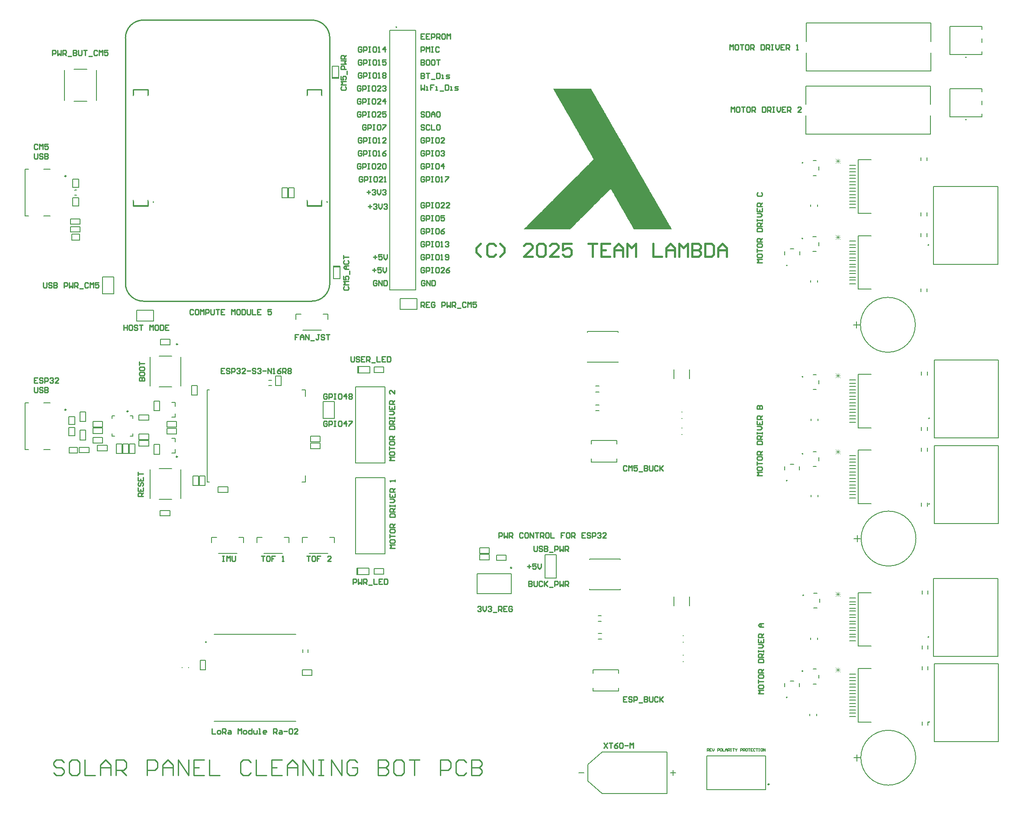
<source format=gto>
G04*
G04 #@! TF.GenerationSoftware,Altium Limited,Altium Designer,26.1.1 (7)*
G04*
G04 Layer_Color=65535*
%FSLAX25Y25*%
%MOIN*%
G70*
G04*
G04 #@! TF.SameCoordinates,3E101659-1531-44DD-BC6F-E1116C570119*
G04*
G04*
G04 #@! TF.FilePolarity,Positive*
G04*
G01*
G75*
%ADD10C,0.01000*%
%ADD11C,0.00787*%
%ADD12C,0.00984*%
%ADD13C,0.00600*%
%ADD14C,0.00500*%
%ADD15C,0.01500*%
%ADD16C,0.00300*%
%ADD17R,0.01500X0.05600*%
%ADD18R,0.05600X0.01500*%
G36*
X477955Y698957D02*
X477824Y699163D01*
X477637Y699500D01*
X477562Y699575D01*
X477524Y699725D01*
X477262Y700099D01*
X477225Y700249D01*
X476963Y700661D01*
X476813Y700923D01*
X476439Y701597D01*
X476251Y701896D01*
X476027Y702308D01*
X475952Y702383D01*
X475858Y702626D01*
X475708Y702851D01*
X475334Y703488D01*
X475259Y703675D01*
X475128Y703806D01*
X475053Y703993D01*
X474866Y704330D01*
X474679Y704630D01*
X474379Y705191D01*
X474304Y705266D01*
X474229Y705453D01*
X474117Y705641D01*
X473967Y705865D01*
X473818Y706127D01*
X473668Y706352D01*
X473612Y706558D01*
X473443Y706726D01*
X473331Y707026D01*
X473069Y707438D01*
X472882Y707775D01*
X472732Y708037D01*
X472582Y708261D01*
X472488Y708505D01*
X472432Y708561D01*
X472395Y708636D01*
X472320Y708711D01*
X472283Y708786D01*
X472058Y709198D01*
X471983Y709385D01*
X471945Y709460D01*
X471796Y709609D01*
X471721Y709797D01*
X471534Y710134D01*
X471384Y710396D01*
X471197Y710695D01*
X471103Y710939D01*
X470972Y711070D01*
X470673Y711631D01*
X470598Y711706D01*
X470373Y712118D01*
X469999Y712792D01*
X469774Y713204D01*
X469587Y713466D01*
X469362Y713878D01*
X469175Y714215D01*
X468950Y714627D01*
X468763Y714889D01*
X468651Y715151D01*
X468538Y715338D01*
X468389Y715600D01*
X468201Y715862D01*
X468164Y716012D01*
X467920Y716368D01*
X467846Y716555D01*
X467715Y716761D01*
X467640Y716836D01*
X467602Y716986D01*
X467527Y717060D01*
X467490Y717135D01*
X467190Y717697D01*
X467115Y717772D01*
X467078Y717847D01*
X466891Y718184D01*
X466779Y718371D01*
X466591Y718708D01*
X466329Y719195D01*
X466254Y719269D01*
X466179Y719457D01*
X466067Y719644D01*
X465992Y719794D01*
X466123Y719962D01*
X466273Y720000D01*
X467078Y719981D01*
X467246Y720000D01*
X467359Y719962D01*
X468856Y720000D01*
X494448Y719981D01*
X494804Y720000D01*
X494916Y719962D01*
X495141Y719925D01*
X495197Y719869D01*
X495291Y719625D01*
X495347Y719569D01*
X495384Y719494D01*
X495534Y719232D01*
X495721Y718895D01*
X495908Y718596D01*
X495946Y718521D01*
X496133Y718184D01*
X496283Y717959D01*
X496582Y717397D01*
X496732Y717135D01*
X496807Y717060D01*
X496882Y716873D01*
X496919Y716798D01*
X497069Y716574D01*
X497294Y716162D01*
X497481Y715862D01*
X497631Y715600D01*
X497818Y715263D01*
X497968Y715001D01*
X498080Y714814D01*
X498305Y714402D01*
X498567Y713990D01*
X498829Y713503D01*
X498979Y713241D01*
X499016Y713166D01*
X499166Y712904D01*
X499428Y712492D01*
X499466Y712418D01*
X499578Y712155D01*
X499615Y712081D01*
X499728Y711968D01*
X499765Y711893D01*
X500027Y711407D01*
X500139Y711219D01*
X500289Y710957D01*
X500364Y710882D01*
X500401Y710733D01*
X500589Y710470D01*
X500626Y710396D01*
X501076Y709572D01*
X501150Y709497D01*
X501244Y709254D01*
X501394Y709029D01*
X501450Y708973D01*
X501749Y708411D01*
X501824Y708336D01*
X501899Y708149D01*
X502049Y707925D01*
X502124Y707737D01*
X502199Y707662D01*
X502236Y707587D01*
X502536Y707026D01*
X502611Y706951D01*
X502704Y706708D01*
X502835Y706577D01*
X502929Y706333D01*
X503079Y706109D01*
X503247Y705790D01*
X503434Y705528D01*
X503472Y705378D01*
X503659Y705116D01*
X503959Y704555D01*
X504033Y704480D01*
X504221Y704143D01*
X504445Y703731D01*
X504820Y703057D01*
X504970Y702832D01*
X505194Y702421D01*
X505306Y702233D01*
X505456Y701971D01*
X505643Y701672D01*
X505793Y701410D01*
X506055Y700923D01*
X506168Y700810D01*
X506224Y700604D01*
X506280Y700548D01*
X506317Y700473D01*
X506505Y700137D01*
X506579Y700062D01*
X506617Y699987D01*
X506767Y699650D01*
X506804Y699575D01*
X506954Y699425D01*
X507029Y699238D01*
X507179Y698976D01*
X507366Y698639D01*
X507553Y698339D01*
X507647Y698096D01*
X507815Y697927D01*
X507853Y697778D01*
X508002Y697553D01*
X508227Y697141D01*
X508414Y696879D01*
X508452Y696729D01*
X508639Y696467D01*
X508676Y696317D01*
X508789Y696205D01*
X508826Y696130D01*
X509088Y695644D01*
X509238Y695419D01*
X509332Y695175D01*
X509425Y695082D01*
X509687Y694595D01*
X509837Y694370D01*
X509987Y694108D01*
X510211Y693696D01*
X510286Y693622D01*
X510380Y693378D01*
X510436Y693322D01*
X510698Y692835D01*
X510885Y692573D01*
X510979Y692330D01*
X511072Y692236D01*
X511110Y692124D01*
X511372Y691712D01*
X511634Y691225D01*
X511784Y691001D01*
X512046Y690514D01*
X512196Y690289D01*
X512458Y689803D01*
X512645Y689503D01*
X512795Y689166D01*
X512832Y689091D01*
X512907Y689016D01*
X512945Y688941D01*
X513020Y688866D01*
X513113Y688623D01*
X513300Y688323D01*
X513356Y688267D01*
X513731Y687593D01*
X513881Y687369D01*
X513956Y687182D01*
X514105Y686919D01*
X514330Y686545D01*
X514405Y686470D01*
X514442Y686320D01*
X514704Y685909D01*
X515154Y685085D01*
X515229Y685010D01*
X515753Y684036D01*
X515828Y683961D01*
X515921Y683718D01*
X516052Y683587D01*
X516090Y683437D01*
X516240Y683213D01*
X516277Y683138D01*
X516427Y682913D01*
X516801Y682239D01*
X516951Y682015D01*
X516988Y681902D01*
X517176Y681603D01*
X517213Y681528D01*
X517288Y681453D01*
X517625Y680816D01*
X517850Y680405D01*
X518037Y680067D01*
X518112Y679993D01*
X518374Y679506D01*
X518561Y679206D01*
X518636Y679019D01*
X518786Y678794D01*
X519010Y678383D01*
X519160Y678158D01*
X519198Y678008D01*
X519385Y677821D01*
X519441Y677615D01*
X519534Y677522D01*
X519572Y677447D01*
X519797Y677035D01*
X520096Y676473D01*
X520208Y676361D01*
X520246Y676211D01*
X520321Y676136D01*
X520358Y676061D01*
X520583Y675649D01*
X520770Y675387D01*
X520864Y675144D01*
X520957Y675013D01*
X521219Y674526D01*
X521294Y674451D01*
X521556Y673965D01*
X521743Y673628D01*
X521856Y673515D01*
X521912Y673309D01*
X521968Y673253D01*
X522006Y673178D01*
X522155Y672954D01*
X522380Y672542D01*
X522455Y672467D01*
X522530Y672280D01*
X522567Y672205D01*
X522717Y671980D01*
X522942Y671568D01*
X523129Y671231D01*
X523316Y670932D01*
X523616Y670370D01*
X523691Y670295D01*
X524027Y669659D01*
X524102Y669584D01*
X524290Y669247D01*
X524514Y668835D01*
X524627Y668648D01*
X524851Y668236D01*
X525038Y667899D01*
X525113Y667824D01*
X525301Y667487D01*
X525563Y667000D01*
X525750Y666701D01*
X525937Y666364D01*
X526162Y665952D01*
X526311Y665727D01*
X526686Y665016D01*
X526798Y664903D01*
X526836Y664754D01*
X527098Y664342D01*
X527322Y663930D01*
X527397Y663855D01*
X527435Y663705D01*
X527603Y663499D01*
X527697Y663256D01*
X527734Y663181D01*
X527809Y663106D01*
X527847Y663031D01*
X528071Y662619D01*
X528146Y662545D01*
X528184Y662470D01*
X528408Y662058D01*
X528483Y661983D01*
X528521Y661833D01*
X528895Y661234D01*
X529157Y660747D01*
X529307Y660523D01*
X529382Y660335D01*
X529531Y660073D01*
X529644Y659961D01*
X529719Y659774D01*
X530018Y659250D01*
X530093Y659175D01*
X530168Y658988D01*
X530205Y658913D01*
X530393Y658613D01*
X530842Y657790D01*
X530917Y657715D01*
X531067Y657452D01*
X531291Y657041D01*
X531441Y656778D01*
X531553Y656591D01*
X531703Y656329D01*
X531928Y655917D01*
X532078Y655655D01*
X532227Y655431D01*
X532452Y655019D01*
X532527Y654944D01*
X532602Y654757D01*
X532752Y654495D01*
X532939Y654195D01*
X533126Y653858D01*
X533351Y653446D01*
X533538Y653109D01*
X533613Y653034D01*
X533875Y652548D01*
X533950Y652473D01*
X534062Y652211D01*
X534174Y652023D01*
X534249Y651948D01*
X534287Y651799D01*
X534474Y651537D01*
X534511Y651462D01*
X534773Y650975D01*
X534848Y650900D01*
X534942Y650657D01*
X535316Y650058D01*
X535485Y649777D01*
X535522Y649627D01*
X535635Y649515D01*
X535709Y649328D01*
X535822Y649140D01*
X535897Y649065D01*
X535972Y648878D01*
X536009Y648803D01*
X536159Y648579D01*
X536421Y648092D01*
X536496Y648017D01*
X536589Y647774D01*
X536683Y647680D01*
X537245Y646669D01*
X537394Y646445D01*
X537656Y645958D01*
X537881Y645546D01*
X538068Y645246D01*
X538106Y645171D01*
X538256Y644947D01*
X538293Y644872D01*
X538518Y644460D01*
X538705Y644161D01*
X538967Y643674D01*
X539229Y643262D01*
X539266Y643112D01*
X539341Y643037D01*
X539379Y642962D01*
X539529Y642738D01*
X539678Y642476D01*
X539940Y641989D01*
X540015Y641914D01*
X540109Y641671D01*
X540259Y641446D01*
X540427Y641165D01*
X540465Y641053D01*
X540727Y640641D01*
X540764Y640566D01*
X540876Y640379D01*
X541101Y639967D01*
X541251Y639742D01*
X541288Y639593D01*
X541401Y639480D01*
X541476Y639293D01*
X541588Y639106D01*
X541700Y638994D01*
X541794Y638750D01*
X541962Y638469D01*
X542149Y638132D01*
X542299Y637908D01*
X542337Y637758D01*
X542412Y637683D01*
X542449Y637608D01*
X542599Y637384D01*
X542824Y636972D01*
X543011Y636635D01*
X543086Y636560D01*
X543160Y636373D01*
X543198Y636298D01*
X543385Y636036D01*
X543423Y635886D01*
X543497Y635811D01*
X543759Y635324D01*
X543947Y635062D01*
X544246Y634501D01*
X544471Y634089D01*
X544621Y633864D01*
X544658Y633789D01*
X544920Y633302D01*
X545164Y632947D01*
X545257Y632741D01*
X545707Y631954D01*
X545781Y631880D01*
X545856Y631692D01*
X546006Y631430D01*
X546231Y631018D01*
X546418Y630756D01*
X546512Y630513D01*
X546643Y630382D01*
X546736Y630138D01*
X546867Y630007D01*
X546942Y629820D01*
X547129Y629483D01*
X547279Y629259D01*
X547317Y629109D01*
X547466Y628959D01*
X547504Y628809D01*
X547747Y628454D01*
X547822Y628266D01*
X548009Y627967D01*
X548065Y627911D01*
X548178Y627611D01*
X548290Y627499D01*
X548552Y627012D01*
X548664Y626825D01*
X549039Y626151D01*
X549114Y626076D01*
X549207Y625833D01*
X549263Y625776D01*
X549301Y625702D01*
X549451Y625477D01*
X549488Y625402D01*
X549675Y625065D01*
X549750Y624990D01*
X549844Y624747D01*
X549900Y624691D01*
X550125Y624279D01*
X550312Y623979D01*
X550536Y623567D01*
X550686Y623305D01*
X550911Y622893D01*
X551061Y622669D01*
X551360Y622107D01*
X551547Y621845D01*
X551622Y621658D01*
X552072Y620871D01*
X552221Y620647D01*
X552296Y620460D01*
X552446Y620310D01*
X552502Y620104D01*
X552558Y620048D01*
X552596Y619973D01*
X552671Y619898D01*
X552970Y619336D01*
X553158Y618999D01*
X553270Y618887D01*
X553326Y618681D01*
X553476Y618457D01*
X553757Y617951D01*
X553981Y617539D01*
X554094Y617427D01*
X554187Y617183D01*
X554318Y616978D01*
X554468Y616753D01*
X554505Y616641D01*
X554693Y616341D01*
X554842Y616079D01*
X554917Y616004D01*
X555011Y615761D01*
X555104Y615630D01*
X555404Y615068D01*
X555516Y614956D01*
X555610Y614712D01*
X555704Y614581D01*
X555891Y614244D01*
X556040Y613982D01*
X556190Y613758D01*
X556490Y613196D01*
X556565Y613121D01*
X556602Y612971D01*
X556677Y612896D01*
X556939Y612410D01*
X557014Y612335D01*
X557089Y612148D01*
X557126Y612073D01*
X557239Y611810D01*
X557201Y611661D01*
X557145Y611605D01*
X528240Y611642D01*
X528165Y611717D01*
X528090Y611754D01*
X528034Y611810D01*
X527940Y612054D01*
X527734Y612335D01*
X527472Y612821D01*
X527247Y613233D01*
X527173Y613308D01*
X526948Y613720D01*
X526686Y614207D01*
X526611Y614282D01*
X526536Y614469D01*
X526424Y614656D01*
X526349Y614731D01*
X526255Y614974D01*
X526162Y615068D01*
X526124Y615143D01*
X525862Y615630D01*
X525787Y615704D01*
X525675Y615967D01*
X525637Y616042D01*
X525488Y616266D01*
X525263Y616678D01*
X525113Y616903D01*
X525076Y617015D01*
X524889Y617277D01*
X524814Y617464D01*
X524739Y617539D01*
X524439Y618101D01*
X524290Y618326D01*
X524065Y618737D01*
X523915Y618999D01*
X523728Y619336D01*
X523466Y619748D01*
X523129Y620385D01*
X523054Y620460D01*
X522960Y620703D01*
X522811Y620928D01*
X522586Y621302D01*
X522417Y621620D01*
X522193Y621957D01*
X522099Y622201D01*
X522006Y622294D01*
X521968Y622369D01*
X521743Y622781D01*
X521594Y623043D01*
X521500Y623249D01*
X521425Y623286D01*
X521369Y623343D01*
X521332Y623492D01*
X520882Y624279D01*
X520770Y624466D01*
X520620Y624728D01*
X520433Y625065D01*
X520208Y625477D01*
X520021Y625739D01*
X519984Y625814D01*
X519909Y626001D01*
X519871Y626076D01*
X519703Y626282D01*
X519628Y626469D01*
X519441Y626769D01*
X519272Y627087D01*
X519123Y627312D01*
X519029Y627555D01*
X518898Y627686D01*
X518804Y627929D01*
X518711Y628023D01*
X518673Y628098D01*
X518449Y628510D01*
X518261Y628772D01*
X518224Y628959D01*
X518149Y629034D01*
X518112Y629109D01*
X517850Y629521D01*
X517588Y630007D01*
X517438Y630232D01*
X517400Y630382D01*
X517288Y630494D01*
X517101Y630831D01*
X516839Y631318D01*
X516689Y631580D01*
X516502Y631917D01*
X516427Y631992D01*
X516333Y632235D01*
X516240Y632329D01*
X516202Y632404D01*
X515977Y632816D01*
X515828Y633040D01*
X515734Y633284D01*
X515603Y633415D01*
X515509Y633658D01*
X515378Y633789D01*
X515285Y634032D01*
X515154Y634238D01*
X515004Y634463D01*
X514667Y635100D01*
X514517Y635324D01*
X514068Y636148D01*
X513918Y636373D01*
X513881Y636522D01*
X513619Y636897D01*
X513394Y637309D01*
X513319Y637384D01*
X513282Y637533D01*
X513094Y637795D01*
X513057Y637945D01*
X512982Y638020D01*
X512945Y638095D01*
X512870Y638170D01*
X512570Y638731D01*
X512196Y639405D01*
X512009Y639668D01*
X511709Y640229D01*
X511559Y640491D01*
X511447Y640678D01*
X511222Y641090D01*
X511035Y641390D01*
X510960Y641577D01*
X510848Y641689D01*
X510399Y642551D01*
X510267Y642682D01*
X510043Y642644D01*
X509837Y642438D01*
X509818Y642382D01*
X509743Y642345D01*
X509537Y642139D01*
X509519Y642083D01*
X509444Y642045D01*
X509238Y641839D01*
X509200Y641764D01*
X509107Y641671D01*
X509032Y641633D01*
X508246Y640847D01*
X508189Y640828D01*
X508152Y640753D01*
X507778Y640379D01*
X507740Y640304D01*
X507609Y640210D01*
X507366Y639967D01*
X507328Y639892D01*
X507197Y639798D01*
X506823Y639424D01*
X506748Y639387D01*
X506654Y639256D01*
X506486Y639087D01*
X506411Y639050D01*
X506355Y638994D01*
X506317Y638919D01*
X505438Y638039D01*
X505363Y638001D01*
X505306Y637945D01*
X505269Y637870D01*
X504932Y637533D01*
X504895Y637458D01*
X504838Y637402D01*
X504764Y637365D01*
X503940Y636541D01*
X503865Y636504D01*
X503809Y636447D01*
X503771Y636373D01*
X503565Y636167D01*
X503509Y636148D01*
X503472Y636073D01*
X502648Y635249D01*
X502629Y635193D01*
X502555Y635156D01*
X502423Y635062D01*
X502386Y634987D01*
X502180Y634781D01*
X502105Y634744D01*
X502049Y634688D01*
X502011Y634613D01*
X501094Y633696D01*
X501019Y633658D01*
X500832Y633433D01*
X500757Y633358D01*
X500701Y633340D01*
X500664Y633265D01*
X500589Y633190D01*
X500551Y633115D01*
X500420Y633021D01*
X499597Y632198D01*
X499540Y632179D01*
X499503Y632104D01*
X499260Y631861D01*
X499185Y631823D01*
X498997Y631599D01*
X498211Y630812D01*
X498136Y630775D01*
X498043Y630644D01*
X497837Y630438D01*
X497781Y630419D01*
X497743Y630344D01*
X497649Y630213D01*
X497575Y630176D01*
X497125Y629727D01*
X497051Y629689D01*
X496957Y629558D01*
X496751Y629352D01*
X496676Y629315D01*
X496582Y629184D01*
X495871Y628472D01*
X495852Y628416D01*
X495777Y628379D01*
X495665Y628266D01*
X495609Y628248D01*
X495572Y628173D01*
X495328Y627929D01*
X495253Y627892D01*
X495066Y627667D01*
X494991Y627592D01*
X494916Y627555D01*
X494823Y627461D01*
X494785Y627387D01*
X493868Y626469D01*
X493812Y626450D01*
X493699Y626263D01*
X493643Y626207D01*
X493568Y626170D01*
X493362Y625964D01*
X493344Y625908D01*
X493269Y625870D01*
X493025Y625627D01*
X492988Y625552D01*
X492932Y625496D01*
X492857Y625458D01*
X491977Y624578D01*
X491940Y624503D01*
X491883Y624447D01*
X491809Y624410D01*
X491022Y623624D01*
X490947Y623586D01*
X490798Y623361D01*
X490723Y623324D01*
X490517Y623118D01*
X490479Y623043D01*
X490423Y622987D01*
X490348Y622950D01*
X489562Y622163D01*
X489487Y622126D01*
X489394Y621995D01*
X489057Y621658D01*
X489038Y621602D01*
X488963Y621564D01*
X488720Y621321D01*
X488682Y621246D01*
X488551Y621115D01*
X488476Y621077D01*
X488270Y620871D01*
X488233Y620797D01*
X488008Y620609D01*
X487765Y620366D01*
X487690Y620329D01*
X487596Y620198D01*
X487540Y620104D01*
X487465Y620066D01*
X486716Y619318D01*
X486642Y619280D01*
X486585Y619224D01*
X486548Y619149D01*
X486342Y618943D01*
X486267Y618906D01*
X486117Y618681D01*
X486042Y618606D01*
X485968Y618569D01*
X485256Y617857D01*
X485181Y617820D01*
X485032Y617595D01*
X484957Y617558D01*
X484751Y617352D01*
X484713Y617277D01*
X484582Y617183D01*
X483796Y616397D01*
X483740Y616378D01*
X483702Y616304D01*
X483459Y616060D01*
X483384Y616023D01*
X483290Y615892D01*
X483028Y615630D01*
X482991Y615555D01*
X482935Y615499D01*
X482860Y615461D01*
X482411Y615012D01*
X482336Y614974D01*
X482186Y614750D01*
X482111Y614712D01*
X482036Y614637D01*
X481980Y614619D01*
X481943Y614544D01*
X481868Y614469D01*
X481849Y614413D01*
X481774Y614375D01*
X481081Y613683D01*
X481063Y613626D01*
X480988Y613589D01*
X480913Y613514D01*
X480857Y613495D01*
X480819Y613420D01*
X480744Y613346D01*
X480726Y613289D01*
X480651Y613252D01*
X480576Y613177D01*
X480520Y613158D01*
X480482Y613084D01*
X480351Y612915D01*
X480276Y612878D01*
X479528Y612129D01*
X479453Y612091D01*
X479396Y612035D01*
X479359Y611960D01*
X479247Y611848D01*
X479228Y611792D01*
X479153Y611754D01*
X478966Y611642D01*
X478816Y611605D01*
X443433Y611642D01*
X443415Y611810D01*
X443583Y612054D01*
X443658Y612091D01*
X443864Y612297D01*
X443901Y612372D01*
X444032Y612503D01*
X444107Y612541D01*
X444781Y613215D01*
X444856Y613252D01*
X444912Y613308D01*
X444950Y613383D01*
X445904Y614338D01*
X445979Y614375D01*
X446129Y614600D01*
X446335Y614769D01*
X446466Y614937D01*
X446541Y614974D01*
X446747Y615180D01*
X446784Y615255D01*
X446841Y615311D01*
X446915Y615349D01*
X447458Y615892D01*
X447496Y615967D01*
X447552Y616023D01*
X447627Y616060D01*
X447758Y616191D01*
X447795Y616266D01*
X447926Y616397D01*
X448001Y616435D01*
X448095Y616491D01*
X448132Y616566D01*
X448919Y617352D01*
X448956Y617427D01*
X449012Y617483D01*
X449087Y617521D01*
X449218Y617614D01*
X449274Y617745D01*
X449349Y617782D01*
X450042Y618475D01*
X450079Y618550D01*
X450304Y618737D01*
X450379Y618812D01*
X450416Y618887D01*
X450641Y619037D01*
X450753Y619224D01*
X450809Y619280D01*
X450884Y619318D01*
X451802Y620235D01*
X451839Y620310D01*
X451895Y620366D01*
X451970Y620403D01*
X452139Y620572D01*
X452176Y620647D01*
X452307Y620741D01*
X453262Y621695D01*
X453299Y621770D01*
X453356Y621826D01*
X453430Y621864D01*
X453599Y622032D01*
X453618Y622088D01*
X453692Y622126D01*
X454685Y623118D01*
X454722Y623193D01*
X454778Y623249D01*
X454947Y623343D01*
X454984Y623418D01*
X455115Y623586D01*
X455190Y623624D01*
X455976Y624410D01*
X456051Y624447D01*
X456145Y624578D01*
X456445Y624878D01*
X456482Y624953D01*
X456538Y625009D01*
X456613Y625046D01*
X457605Y626039D01*
X457624Y626095D01*
X457699Y626132D01*
X457867Y626301D01*
X457905Y626375D01*
X457961Y626432D01*
X458036Y626469D01*
X458167Y626563D01*
X458204Y626638D01*
X459028Y627461D01*
X459047Y627518D01*
X459234Y627630D01*
X459290Y627686D01*
X459384Y627854D01*
X459459Y627892D01*
X459870Y628304D01*
X459945Y628341D01*
X460170Y628641D01*
X460245Y628678D01*
X460320Y628753D01*
X460376Y628772D01*
X460413Y628847D01*
X460619Y629053D01*
X460675Y629071D01*
X460713Y629146D01*
X460807Y629277D01*
X460881Y629315D01*
X460956Y629390D01*
X461031Y629427D01*
X461125Y629558D01*
X461874Y630307D01*
X461911Y630382D01*
X461967Y630438D01*
X462042Y630475D01*
X462136Y630532D01*
X462173Y630607D01*
X462267Y630737D01*
X462342Y630775D01*
X463465Y631898D01*
X463540Y631936D01*
X463690Y632160D01*
X463764Y632198D01*
X463933Y632329D01*
X463970Y632404D01*
X464757Y633190D01*
X464794Y633265D01*
X464925Y633358D01*
X465880Y634313D01*
X465899Y634369D01*
X465974Y634407D01*
X466348Y634781D01*
X466423Y634819D01*
X466573Y635043D01*
X466779Y635212D01*
X467771Y636204D01*
X467846Y636241D01*
X467995Y636466D01*
X468070Y636504D01*
X468314Y636747D01*
X468332Y636803D01*
X468407Y636841D01*
X468725Y637159D01*
X468763Y637234D01*
X468819Y637290D01*
X468894Y637327D01*
X469063Y637496D01*
X469100Y637571D01*
X469156Y637627D01*
X469231Y637664D01*
X469399Y637833D01*
X469437Y637908D01*
X469568Y638001D01*
X470073Y638507D01*
X470111Y638582D01*
X470242Y638713D01*
X470317Y638750D01*
X470485Y638919D01*
X470523Y638994D01*
X470616Y639087D01*
X470691Y639125D01*
X470822Y639256D01*
X470860Y639330D01*
X470916Y639387D01*
X470991Y639424D01*
X472208Y640641D01*
X472245Y640716D01*
X472376Y640847D01*
X472451Y640884D01*
X473237Y641671D01*
X473293Y641689D01*
X473331Y641764D01*
X473406Y641839D01*
X473443Y641914D01*
X473630Y642026D01*
X473668Y642101D01*
X473799Y642270D01*
X473874Y642307D01*
X474791Y643224D01*
X474829Y643299D01*
X474885Y643356D01*
X474960Y643393D01*
X475053Y643449D01*
X475091Y643524D01*
X475259Y643730D01*
X475334Y643767D01*
X476551Y644984D01*
X476588Y645059D01*
X476645Y645115D01*
X476719Y645153D01*
X477375Y645808D01*
X477393Y645864D01*
X477468Y645902D01*
X477843Y646276D01*
X477917Y646313D01*
X478067Y646538D01*
X478273Y646707D01*
X479303Y647736D01*
X479378Y647774D01*
X479509Y647980D01*
X479565Y648036D01*
X479640Y648073D01*
X480595Y649028D01*
X480613Y649084D01*
X480688Y649122D01*
X480857Y649290D01*
X480894Y649365D01*
X480988Y649459D01*
X481063Y649496D01*
X482186Y650619D01*
X482261Y650657D01*
X482392Y650863D01*
X482523Y650956D01*
X483440Y651874D01*
X483478Y651948D01*
X483702Y652098D01*
X483740Y652173D01*
X483833Y652304D01*
X483908Y652342D01*
X486155Y654588D01*
X486230Y654626D01*
X486286Y654682D01*
X486323Y654757D01*
X486492Y654925D01*
X486567Y654963D01*
X486698Y655168D01*
X486754Y655225D01*
X486829Y655262D01*
X487783Y656217D01*
X487802Y656273D01*
X487877Y656311D01*
X488083Y656516D01*
X488121Y656591D01*
X488252Y656685D01*
X488626Y657059D01*
X488701Y657097D01*
X488795Y657228D01*
X488869Y657303D01*
X488907Y657378D01*
X489038Y657471D01*
X489206Y657640D01*
X489244Y657715D01*
X489300Y657771D01*
X489375Y657808D01*
X489506Y657939D01*
X489543Y658014D01*
X489637Y658108D01*
X489712Y658145D01*
X490667Y659100D01*
X490685Y659156D01*
X490760Y659194D01*
X490891Y659287D01*
X490929Y659362D01*
X491060Y659530D01*
X491135Y659568D01*
X492389Y660822D01*
X492426Y660897D01*
X492483Y660953D01*
X492557Y660991D01*
X493512Y661945D01*
X493550Y662020D01*
X493606Y662077D01*
X493681Y662114D01*
X493774Y662208D01*
X493812Y662283D01*
X493943Y662414D01*
X494018Y662451D01*
X494972Y663406D01*
X494991Y663462D01*
X495066Y663499D01*
X495234Y663668D01*
X495272Y663743D01*
X495366Y663836D01*
X495440Y663874D01*
X496395Y664829D01*
X496433Y664903D01*
X496657Y665053D01*
X496695Y665128D01*
X496957Y665390D01*
X497032Y665577D01*
X496994Y665877D01*
X496807Y666139D01*
X496657Y666401D01*
X496358Y666963D01*
X496096Y667375D01*
X495834Y667861D01*
X495759Y667936D01*
X495721Y668086D01*
X495534Y668348D01*
X495309Y668760D01*
X495047Y669247D01*
X494935Y669359D01*
X494841Y669602D01*
X494785Y669659D01*
X494486Y670220D01*
X494411Y670295D01*
X494373Y670370D01*
X494149Y670782D01*
X493961Y671119D01*
X493812Y671344D01*
X493624Y671680D01*
X493325Y672205D01*
X493138Y672542D01*
X492988Y672766D01*
X492763Y673178D01*
X492651Y673365D01*
X492464Y673702D01*
X492239Y674114D01*
X491940Y674638D01*
X491865Y674713D01*
X491771Y674957D01*
X491640Y675088D01*
X491565Y675275D01*
X491528Y675350D01*
X491266Y675762D01*
X491191Y675949D01*
X490929Y676361D01*
X490667Y676848D01*
X490367Y677372D01*
X490142Y677746D01*
X489880Y678233D01*
X489805Y678308D01*
X489543Y678794D01*
X489281Y679206D01*
X488982Y679768D01*
X488720Y680255D01*
X488532Y680517D01*
X488439Y680760D01*
X488308Y680891D01*
X488270Y681041D01*
X488046Y681378D01*
X487783Y681865D01*
X487596Y682202D01*
X487521Y682277D01*
X487297Y682689D01*
X487184Y682876D01*
X486997Y683213D01*
X486885Y683400D01*
X486735Y683662D01*
X486473Y684149D01*
X486398Y684224D01*
X486136Y684710D01*
X485930Y685104D01*
X485874Y685122D01*
X485799Y685309D01*
X485649Y685571D01*
X485574Y685646D01*
X485275Y686208D01*
X485200Y686283D01*
X485163Y686433D01*
X484975Y686695D01*
X484882Y686938D01*
X484676Y687256D01*
X484526Y687481D01*
X484227Y688043D01*
X484002Y688455D01*
X483815Y688717D01*
X483478Y689353D01*
X483365Y689466D01*
X483272Y689709D01*
X483122Y689933D01*
X482841Y690439D01*
X482617Y690851D01*
X482542Y690926D01*
X482467Y691113D01*
X482317Y691338D01*
X482092Y691749D01*
X481793Y692274D01*
X481680Y692461D01*
X481643Y692536D01*
X481493Y692760D01*
X481231Y693247D01*
X481081Y693472D01*
X481044Y693622D01*
X480932Y693734D01*
X480669Y694221D01*
X480482Y694558D01*
X480295Y694820D01*
X480183Y695119D01*
X480108Y695194D01*
X479921Y695531D01*
X479771Y695756D01*
X479546Y696168D01*
X479471Y696243D01*
X479396Y696430D01*
X479359Y696542D01*
X479209Y696767D01*
X479060Y697029D01*
X478910Y697254D01*
X478648Y697740D01*
X478573Y697815D01*
X478479Y698059D01*
X478423Y698115D01*
X478161Y698601D01*
X478011Y698826D01*
X477974Y698938D01*
X477955Y698957D01*
D02*
G37*
D10*
X150079Y772756D02*
G03*
X136299Y758976I0J-13780D01*
G01*
Y570000D02*
G03*
X150079Y556220I13780J0D01*
G01*
X293779Y758976D02*
G03*
X280000Y772756I-13780J0D01*
G01*
Y556220D02*
G03*
X293779Y570000I0J13780D01*
G01*
X136299D02*
Y758976D01*
X142441Y715276D02*
Y719213D01*
Y629449D02*
Y633386D01*
X150079Y556220D02*
X280000D01*
X142441Y719213D02*
X153779D01*
Y715276D02*
Y719213D01*
X142441Y629449D02*
X153779D01*
Y633386D01*
X276299Y715276D02*
Y719213D01*
Y629449D02*
Y633386D01*
X150079Y772756D02*
X280000D01*
X276299Y719213D02*
X287323D01*
Y715276D02*
Y719213D01*
X276299Y629449D02*
X287323D01*
Y633386D01*
X293779Y570000D02*
Y758976D01*
X68666Y497197D02*
X66000D01*
Y493198D01*
X68666D01*
X66000Y495198D02*
X67333D01*
X72664Y496531D02*
X71998Y497197D01*
X70665D01*
X69999Y496531D01*
Y495864D01*
X70665Y495198D01*
X71998D01*
X72664Y494531D01*
Y493865D01*
X71998Y493198D01*
X70665D01*
X69999Y493865D01*
X73997Y493198D02*
Y497197D01*
X75997D01*
X76663Y496531D01*
Y495198D01*
X75997Y494531D01*
X73997D01*
X77996Y496531D02*
X78663Y497197D01*
X79996D01*
X80662Y496531D01*
Y495864D01*
X79996Y495198D01*
X79329D01*
X79996D01*
X80662Y494531D01*
Y493865D01*
X79996Y493198D01*
X78663D01*
X77996Y493865D01*
X84661Y493198D02*
X81995D01*
X84661Y495864D01*
Y496531D01*
X83994Y497197D01*
X82661D01*
X81995Y496531D01*
X66000Y489999D02*
Y486666D01*
X66666Y486000D01*
X67999D01*
X68666Y486666D01*
Y489999D01*
X72664Y489332D02*
X71998Y489999D01*
X70665D01*
X69999Y489332D01*
Y488666D01*
X70665Y487999D01*
X71998D01*
X72664Y487333D01*
Y486666D01*
X71998Y486000D01*
X70665D01*
X69999Y486666D01*
X73997Y489999D02*
Y486000D01*
X75997D01*
X76663Y486666D01*
Y487333D01*
X75997Y487999D01*
X73997D01*
X75997D01*
X76663Y488666D01*
Y489332D01*
X75997Y489999D01*
X73997D01*
X68666Y676531D02*
X67999Y677197D01*
X66666D01*
X66000Y676531D01*
Y673865D01*
X66666Y673198D01*
X67999D01*
X68666Y673865D01*
X69999Y673198D02*
Y677197D01*
X71332Y675864D01*
X72664Y677197D01*
Y673198D01*
X76663Y677197D02*
X73997D01*
Y675198D01*
X75330Y675864D01*
X75997D01*
X76663Y675198D01*
Y673865D01*
X75997Y673198D01*
X74664D01*
X73997Y673865D01*
X66000Y669999D02*
Y666666D01*
X66666Y666000D01*
X67999D01*
X68666Y666666D01*
Y669999D01*
X72664Y669332D02*
X71998Y669999D01*
X70665D01*
X69999Y669332D01*
Y668666D01*
X70665Y667999D01*
X71998D01*
X72664Y667333D01*
Y666666D01*
X71998Y666000D01*
X70665D01*
X69999Y666666D01*
X73997Y669999D02*
Y666000D01*
X75997D01*
X76663Y666666D01*
Y667333D01*
X75997Y667999D01*
X73997D01*
X75997D01*
X76663Y668666D01*
Y669332D01*
X75997Y669999D01*
X73997D01*
X88997Y200997D02*
X86998Y202996D01*
X82999D01*
X81000Y200997D01*
Y198997D01*
X82999Y196998D01*
X86998D01*
X88997Y194999D01*
Y192999D01*
X86998Y191000D01*
X82999D01*
X81000Y192999D01*
X98994Y202996D02*
X94995D01*
X92996Y200997D01*
Y192999D01*
X94995Y191000D01*
X98994D01*
X100994Y192999D01*
Y200997D01*
X98994Y202996D01*
X104992D02*
Y191000D01*
X112990D01*
X116988D02*
Y198997D01*
X120987Y202996D01*
X124986Y198997D01*
Y191000D01*
Y196998D01*
X116988D01*
X128984Y191000D02*
Y202996D01*
X134983D01*
X136982Y200997D01*
Y196998D01*
X134983Y194999D01*
X128984D01*
X132983D02*
X136982Y191000D01*
X152977D02*
Y202996D01*
X158975D01*
X160974Y200997D01*
Y196998D01*
X158975Y194999D01*
X152977D01*
X164973Y191000D02*
Y198997D01*
X168972Y202996D01*
X172970Y198997D01*
Y191000D01*
Y196998D01*
X164973D01*
X176969Y191000D02*
Y202996D01*
X184966Y191000D01*
Y202996D01*
X196962D02*
X188965D01*
Y191000D01*
X196962D01*
X188965Y196998D02*
X192964D01*
X200961Y202996D02*
Y191000D01*
X208959D01*
X232951Y200997D02*
X230951Y202996D01*
X226953D01*
X224953Y200997D01*
Y192999D01*
X226953Y191000D01*
X230951D01*
X232951Y192999D01*
X236950Y202996D02*
Y191000D01*
X244947D01*
X256943Y202996D02*
X248946D01*
Y191000D01*
X256943D01*
X248946Y196998D02*
X252944D01*
X260942Y191000D02*
Y198997D01*
X264941Y202996D01*
X268939Y198997D01*
Y191000D01*
Y196998D01*
X260942D01*
X272938Y191000D02*
Y202996D01*
X280935Y191000D01*
Y202996D01*
X284934D02*
X288933D01*
X286933D01*
Y191000D01*
X284934D01*
X288933D01*
X294931D02*
Y202996D01*
X302928Y191000D01*
Y202996D01*
X314924Y200997D02*
X312925Y202996D01*
X308926D01*
X306927Y200997D01*
Y192999D01*
X308926Y191000D01*
X312925D01*
X314924Y192999D01*
Y196998D01*
X310926D01*
X330919Y202996D02*
Y191000D01*
X336917D01*
X338917Y192999D01*
Y194999D01*
X336917Y196998D01*
X330919D01*
X336917D01*
X338917Y198997D01*
Y200997D01*
X336917Y202996D01*
X330919D01*
X348913D02*
X344915D01*
X342915Y200997D01*
Y192999D01*
X344915Y191000D01*
X348913D01*
X350913Y192999D01*
Y200997D01*
X348913Y202996D01*
X354911D02*
X362909D01*
X358910D01*
Y191000D01*
X378904D02*
Y202996D01*
X384902D01*
X386901Y200997D01*
Y196998D01*
X384902Y194999D01*
X378904D01*
X398897Y200997D02*
X396898Y202996D01*
X392899D01*
X390900Y200997D01*
Y192999D01*
X392899Y191000D01*
X396898D01*
X398897Y192999D01*
X402896Y202996D02*
Y191000D01*
X408894D01*
X410893Y192999D01*
Y194999D01*
X408894Y196998D01*
X402896D01*
X408894D01*
X410893Y198997D01*
Y200997D01*
X408894Y202996D01*
X402896D01*
X80000Y745666D02*
Y749665D01*
X81999D01*
X82666Y748999D01*
Y747666D01*
X81999Y746999D01*
X80000D01*
X83999Y749665D02*
Y745666D01*
X85332Y746999D01*
X86664Y745666D01*
Y749665D01*
X87997Y745666D02*
Y749665D01*
X89997D01*
X90663Y748999D01*
Y747666D01*
X89997Y746999D01*
X87997D01*
X89330D02*
X90663Y745666D01*
X91996Y745000D02*
X94662D01*
X95995Y749665D02*
Y745666D01*
X97994D01*
X98661Y746333D01*
Y746999D01*
X97994Y747666D01*
X95995D01*
X97994D01*
X98661Y748332D01*
Y748999D01*
X97994Y749665D01*
X95995D01*
X99994D02*
Y746333D01*
X100660Y745666D01*
X101993D01*
X102659Y746333D01*
Y749665D01*
X103992D02*
X106658D01*
X105325D01*
Y745666D01*
X107991Y745000D02*
X110657D01*
X114655Y748999D02*
X113989Y749665D01*
X112656D01*
X111990Y748999D01*
Y746333D01*
X112656Y745666D01*
X113989D01*
X114655Y746333D01*
X115988Y745666D02*
Y749665D01*
X117321Y748332D01*
X118654Y749665D01*
Y745666D01*
X122653Y749665D02*
X119987D01*
Y747666D01*
X121320Y748332D01*
X121986D01*
X122653Y747666D01*
Y746333D01*
X121986Y745666D01*
X120653D01*
X119987Y746333D01*
X407500Y320399D02*
X408166Y321065D01*
X409499D01*
X410166Y320399D01*
Y319732D01*
X409499Y319066D01*
X408833D01*
X409499D01*
X410166Y318399D01*
Y317733D01*
X409499Y317066D01*
X408166D01*
X407500Y317733D01*
X411499Y321065D02*
Y318399D01*
X412832Y317066D01*
X414164Y318399D01*
Y321065D01*
X415497Y320399D02*
X416164Y321065D01*
X417497D01*
X418163Y320399D01*
Y319732D01*
X417497Y319066D01*
X416830D01*
X417497D01*
X418163Y318399D01*
Y317733D01*
X417497Y317066D01*
X416164D01*
X415497Y317733D01*
X419496Y316400D02*
X422162D01*
X423495Y317066D02*
Y321065D01*
X425494D01*
X426161Y320399D01*
Y319066D01*
X425494Y318399D01*
X423495D01*
X424828D02*
X426161Y317066D01*
X430159Y321065D02*
X427493D01*
Y317066D01*
X430159D01*
X427493Y319066D02*
X428827D01*
X434158Y320399D02*
X433492Y321065D01*
X432159D01*
X431492Y320399D01*
Y317733D01*
X432159Y317066D01*
X433492D01*
X434158Y317733D01*
Y319066D01*
X432825D01*
X522666Y428999D02*
X521999Y429665D01*
X520666D01*
X520000Y428999D01*
Y426333D01*
X520666Y425666D01*
X521999D01*
X522666Y426333D01*
X523999Y425666D02*
Y429665D01*
X525332Y428332D01*
X526664Y429665D01*
Y425666D01*
X530663Y429665D02*
X527997D01*
Y427666D01*
X529330Y428332D01*
X529997D01*
X530663Y427666D01*
Y426333D01*
X529997Y425666D01*
X528664D01*
X527997Y426333D01*
X531996Y425000D02*
X534662D01*
X535995Y429665D02*
Y425666D01*
X537994D01*
X538661Y426333D01*
Y426999D01*
X537994Y427666D01*
X535995D01*
X537994D01*
X538661Y428332D01*
Y428999D01*
X537994Y429665D01*
X535995D01*
X539993D02*
Y426333D01*
X540660Y425666D01*
X541993D01*
X542659Y426333D01*
Y429665D01*
X546658Y428999D02*
X545992Y429665D01*
X544659D01*
X543992Y428999D01*
Y426333D01*
X544659Y425666D01*
X545992D01*
X546658Y426333D01*
X547991Y429665D02*
Y425666D01*
Y426999D01*
X550657Y429665D01*
X548657Y427666D01*
X550657Y425666D01*
X522666Y251665D02*
X520000D01*
Y247666D01*
X522666D01*
X520000Y249666D02*
X521333D01*
X526664Y250999D02*
X525998Y251665D01*
X524665D01*
X523999Y250999D01*
Y250332D01*
X524665Y249666D01*
X525998D01*
X526664Y248999D01*
Y248333D01*
X525998Y247666D01*
X524665D01*
X523999Y248333D01*
X527997Y247666D02*
Y251665D01*
X529997D01*
X530663Y250999D01*
Y249666D01*
X529997Y248999D01*
X527997D01*
X531996Y247000D02*
X534662D01*
X535995Y251665D02*
Y247666D01*
X537994D01*
X538661Y248333D01*
Y248999D01*
X537994Y249666D01*
X535995D01*
X537994D01*
X538661Y250332D01*
Y250999D01*
X537994Y251665D01*
X535995D01*
X539993D02*
Y248333D01*
X540660Y247666D01*
X541993D01*
X542659Y248333D01*
Y251665D01*
X546658Y250999D02*
X545992Y251665D01*
X544659D01*
X543992Y250999D01*
Y248333D01*
X544659Y247666D01*
X545992D01*
X546658Y248333D01*
X547991Y251665D02*
Y247666D01*
Y248999D01*
X550657Y251665D01*
X548657Y249666D01*
X550657Y247666D01*
X627000Y586000D02*
X623001D01*
X624334Y587333D01*
X623001Y588666D01*
X627000D01*
X623001Y591998D02*
Y590665D01*
X623668Y589999D01*
X626334D01*
X627000Y590665D01*
Y591998D01*
X626334Y592664D01*
X623668D01*
X623001Y591998D01*
Y593997D02*
Y596663D01*
Y595330D01*
X627000D01*
X623001Y599996D02*
Y598663D01*
X623668Y597996D01*
X626334D01*
X627000Y598663D01*
Y599996D01*
X626334Y600662D01*
X623668D01*
X623001Y599996D01*
X627000Y601995D02*
X623001D01*
Y603994D01*
X623668Y604661D01*
X625001D01*
X625667Y603994D01*
Y601995D01*
Y603328D02*
X627000Y604661D01*
X623001Y609992D02*
X627000D01*
Y611992D01*
X626334Y612658D01*
X623668D01*
X623001Y611992D01*
Y609992D01*
X627000Y613991D02*
X623001D01*
Y615990D01*
X623668Y616657D01*
X625001D01*
X625667Y615990D01*
Y613991D01*
Y615324D02*
X627000Y616657D01*
X623001Y617990D02*
Y619323D01*
Y618656D01*
X627000D01*
Y617990D01*
Y619323D01*
X623001Y621322D02*
X625667D01*
X627000Y622655D01*
X625667Y623988D01*
X623001D01*
Y627986D02*
Y625321D01*
X627000D01*
Y627986D01*
X625001Y625321D02*
Y626653D01*
X627000Y629319D02*
X623001D01*
Y631319D01*
X623668Y631985D01*
X625001D01*
X625667Y631319D01*
Y629319D01*
Y630652D02*
X627000Y631985D01*
X623668Y639983D02*
X623001Y639316D01*
Y637983D01*
X623668Y637317D01*
X626334D01*
X627000Y637983D01*
Y639316D01*
X626334Y639983D01*
X627000Y422000D02*
X623001D01*
X624334Y423333D01*
X623001Y424666D01*
X627000D01*
X623001Y427998D02*
Y426665D01*
X623668Y425999D01*
X626334D01*
X627000Y426665D01*
Y427998D01*
X626334Y428664D01*
X623668D01*
X623001Y427998D01*
Y429997D02*
Y432663D01*
Y431330D01*
X627000D01*
X623001Y435995D02*
Y434663D01*
X623668Y433996D01*
X626334D01*
X627000Y434663D01*
Y435995D01*
X626334Y436662D01*
X623668D01*
X623001Y435995D01*
X627000Y437995D02*
X623001D01*
Y439994D01*
X623668Y440661D01*
X625001D01*
X625667Y439994D01*
Y437995D01*
Y439328D02*
X627000Y440661D01*
X623001Y445992D02*
X627000D01*
Y447992D01*
X626334Y448658D01*
X623668D01*
X623001Y447992D01*
Y445992D01*
X627000Y449991D02*
X623001D01*
Y451990D01*
X623668Y452657D01*
X625001D01*
X625667Y451990D01*
Y449991D01*
Y451324D02*
X627000Y452657D01*
X623001Y453990D02*
Y455323D01*
Y454656D01*
X627000D01*
Y453990D01*
Y455323D01*
X623001Y457322D02*
X625667D01*
X627000Y458655D01*
X625667Y459988D01*
X623001D01*
Y463986D02*
Y461321D01*
X627000D01*
Y463986D01*
X625001Y461321D02*
Y462653D01*
X627000Y465319D02*
X623001D01*
Y467319D01*
X623668Y467985D01*
X625001D01*
X625667Y467319D01*
Y465319D01*
Y466652D02*
X627000Y467985D01*
X623001Y473317D02*
X627000D01*
Y475316D01*
X626334Y475983D01*
X625667D01*
X625001Y475316D01*
Y473317D01*
Y475316D01*
X624334Y475983D01*
X623668D01*
X623001Y475316D01*
Y473317D01*
X628000Y254000D02*
X624001D01*
X625334Y255333D01*
X624001Y256666D01*
X628000D01*
X624001Y259998D02*
Y258665D01*
X624668Y257999D01*
X627334D01*
X628000Y258665D01*
Y259998D01*
X627334Y260665D01*
X624668D01*
X624001Y259998D01*
Y261997D02*
Y264663D01*
Y263330D01*
X628000D01*
X624001Y267996D02*
Y266663D01*
X624668Y265996D01*
X627334D01*
X628000Y266663D01*
Y267996D01*
X627334Y268662D01*
X624668D01*
X624001Y267996D01*
X628000Y269995D02*
X624001D01*
Y271994D01*
X624668Y272661D01*
X626001D01*
X626667Y271994D01*
Y269995D01*
Y271328D02*
X628000Y272661D01*
X624001Y277992D02*
X628000D01*
Y279992D01*
X627334Y280658D01*
X624668D01*
X624001Y279992D01*
Y277992D01*
X628000Y281991D02*
X624001D01*
Y283990D01*
X624668Y284657D01*
X626001D01*
X626667Y283990D01*
Y281991D01*
Y283324D02*
X628000Y284657D01*
X624001Y285990D02*
Y287323D01*
Y286656D01*
X628000D01*
Y285990D01*
Y287323D01*
X624001Y289322D02*
X626667D01*
X628000Y290655D01*
X626667Y291988D01*
X624001D01*
Y295987D02*
Y293321D01*
X628000D01*
Y295987D01*
X626001Y293321D02*
Y294654D01*
X628000Y297319D02*
X624001D01*
Y299319D01*
X624668Y299985D01*
X626001D01*
X626667Y299319D01*
Y297319D01*
Y298652D02*
X628000Y299985D01*
Y305317D02*
X625334D01*
X624001Y306650D01*
X625334Y307983D01*
X628000D01*
X626001D01*
Y305317D01*
X603000Y702000D02*
Y705999D01*
X604333Y704666D01*
X605666Y705999D01*
Y702000D01*
X608998Y705999D02*
X607665D01*
X606999Y705332D01*
Y702666D01*
X607665Y702000D01*
X608998D01*
X609664Y702666D01*
Y705332D01*
X608998Y705999D01*
X610997D02*
X613663D01*
X612330D01*
Y702000D01*
X616995Y705999D02*
X615663D01*
X614996Y705332D01*
Y702666D01*
X615663Y702000D01*
X616995D01*
X617662Y702666D01*
Y705332D01*
X616995Y705999D01*
X618995Y702000D02*
Y705999D01*
X620994D01*
X621661Y705332D01*
Y703999D01*
X620994Y703333D01*
X618995D01*
X620328D02*
X621661Y702000D01*
X626992Y705999D02*
Y702000D01*
X628992D01*
X629658Y702666D01*
Y705332D01*
X628992Y705999D01*
X626992D01*
X630991Y702000D02*
Y705999D01*
X632990D01*
X633657Y705332D01*
Y703999D01*
X632990Y703333D01*
X630991D01*
X632324D02*
X633657Y702000D01*
X634990Y705999D02*
X636323D01*
X635656D01*
Y702000D01*
X634990D01*
X636323D01*
X638322Y705999D02*
Y703333D01*
X639655Y702000D01*
X640988Y703333D01*
Y705999D01*
X644986D02*
X642321D01*
Y702000D01*
X644986D01*
X642321Y703999D02*
X643653D01*
X646319Y702000D02*
Y705999D01*
X648319D01*
X648985Y705332D01*
Y703999D01*
X648319Y703333D01*
X646319D01*
X647652D02*
X648985Y702000D01*
X656983D02*
X654317D01*
X656983Y704666D01*
Y705332D01*
X656316Y705999D01*
X654983D01*
X654317Y705332D01*
X602000Y750000D02*
Y753999D01*
X603333Y752666D01*
X604666Y753999D01*
Y750000D01*
X607998Y753999D02*
X606665D01*
X605999Y753332D01*
Y750666D01*
X606665Y750000D01*
X607998D01*
X608665Y750666D01*
Y753332D01*
X607998Y753999D01*
X609997D02*
X612663D01*
X611330D01*
Y750000D01*
X615996Y753999D02*
X614663D01*
X613996Y753332D01*
Y750666D01*
X614663Y750000D01*
X615996D01*
X616662Y750666D01*
Y753332D01*
X615996Y753999D01*
X617995Y750000D02*
Y753999D01*
X619994D01*
X620661Y753332D01*
Y751999D01*
X619994Y751333D01*
X617995D01*
X619328D02*
X620661Y750000D01*
X625992Y753999D02*
Y750000D01*
X627992D01*
X628658Y750666D01*
Y753332D01*
X627992Y753999D01*
X625992D01*
X629991Y750000D02*
Y753999D01*
X631990D01*
X632657Y753332D01*
Y751999D01*
X631990Y751333D01*
X629991D01*
X631324D02*
X632657Y750000D01*
X633990Y753999D02*
X635323D01*
X634656D01*
Y750000D01*
X633990D01*
X635323D01*
X637322Y753999D02*
Y751333D01*
X638655Y750000D01*
X639988Y751333D01*
Y753999D01*
X643986D02*
X641321D01*
Y750000D01*
X643986D01*
X641321Y751999D02*
X642654D01*
X645319Y750000D02*
Y753999D01*
X647319D01*
X647985Y753332D01*
Y751999D01*
X647319Y751333D01*
X645319D01*
X646652D02*
X647985Y750000D01*
X653317D02*
X654650D01*
X653983D01*
Y753999D01*
X653317Y753332D01*
X505000Y215999D02*
X507666Y212000D01*
Y215999D02*
X505000Y212000D01*
X508999Y215999D02*
X511664D01*
X510332D01*
Y212000D01*
X515663Y215999D02*
X514330Y215332D01*
X512997Y213999D01*
Y212666D01*
X513664Y212000D01*
X514997D01*
X515663Y212666D01*
Y213333D01*
X514997Y213999D01*
X512997D01*
X516996Y215332D02*
X517663Y215999D01*
X518996D01*
X519662Y215332D01*
Y212666D01*
X518996Y212000D01*
X517663D01*
X516996Y212666D01*
Y215332D01*
X520995Y213999D02*
X523661D01*
X524994Y212000D02*
Y215999D01*
X526327Y214666D01*
X527659Y215999D01*
Y212000D01*
X446000Y351999D02*
X448666D01*
X447333Y353332D02*
Y350666D01*
X452665Y353999D02*
X449999D01*
Y351999D01*
X451332Y352666D01*
X451998D01*
X452665Y351999D01*
Y350666D01*
X451998Y350000D01*
X450665D01*
X449999Y350666D01*
X453997Y353999D02*
Y351333D01*
X455330Y350000D01*
X456663Y351333D01*
Y353999D01*
X424000Y374000D02*
Y377999D01*
X425999D01*
X426666Y377332D01*
Y375999D01*
X425999Y375333D01*
X424000D01*
X427999Y377999D02*
Y374000D01*
X429332Y375333D01*
X430664Y374000D01*
Y377999D01*
X431997Y374000D02*
Y377999D01*
X433997D01*
X434663Y377332D01*
Y375999D01*
X433997Y375333D01*
X431997D01*
X433330D02*
X434663Y374000D01*
X442661Y377332D02*
X441994Y377999D01*
X440661D01*
X439995Y377332D01*
Y374666D01*
X440661Y374000D01*
X441994D01*
X442661Y374666D01*
X445993Y377999D02*
X444660D01*
X443994Y377332D01*
Y374666D01*
X444660Y374000D01*
X445993D01*
X446659Y374666D01*
Y377332D01*
X445993Y377999D01*
X447992Y374000D02*
Y377999D01*
X450658Y374000D01*
Y377999D01*
X451991D02*
X454657D01*
X453324D01*
Y374000D01*
X455990D02*
Y377999D01*
X457989D01*
X458656Y377332D01*
Y375999D01*
X457989Y375333D01*
X455990D01*
X457323D02*
X458656Y374000D01*
X461988Y377999D02*
X460655D01*
X459988Y377332D01*
Y374666D01*
X460655Y374000D01*
X461988D01*
X462654Y374666D01*
Y377332D01*
X461988Y377999D01*
X463987D02*
Y374000D01*
X466653D01*
X474650Y377999D02*
X471984D01*
Y375999D01*
X473317D01*
X471984D01*
Y374000D01*
X477983Y377999D02*
X476650D01*
X475983Y377332D01*
Y374666D01*
X476650Y374000D01*
X477983D01*
X478649Y374666D01*
Y377332D01*
X477983Y377999D01*
X479982Y374000D02*
Y377999D01*
X481981D01*
X482648Y377332D01*
Y375999D01*
X481981Y375333D01*
X479982D01*
X481315D02*
X482648Y374000D01*
X490645Y377999D02*
X487979D01*
Y374000D01*
X490645D01*
X487979Y375999D02*
X489312D01*
X494644Y377332D02*
X493977Y377999D01*
X492645D01*
X491978Y377332D01*
Y376666D01*
X492645Y375999D01*
X493977D01*
X494644Y375333D01*
Y374666D01*
X493977Y374000D01*
X492645D01*
X491978Y374666D01*
X495977Y374000D02*
Y377999D01*
X497976D01*
X498643Y377332D01*
Y375999D01*
X497976Y375333D01*
X495977D01*
X499975Y377332D02*
X500642Y377999D01*
X501975D01*
X502641Y377332D01*
Y376666D01*
X501975Y375999D01*
X501308D01*
X501975D01*
X502641Y375333D01*
Y374666D01*
X501975Y374000D01*
X500642D01*
X499975Y374666D01*
X506640Y374000D02*
X503974D01*
X506640Y376666D01*
Y377332D01*
X505973Y377999D01*
X504641D01*
X503974Y377332D01*
X447000Y340665D02*
Y336666D01*
X448999D01*
X449666Y337333D01*
Y337999D01*
X448999Y338666D01*
X447000D01*
X448999D01*
X449666Y339332D01*
Y339999D01*
X448999Y340665D01*
X447000D01*
X450999D02*
Y337333D01*
X451665Y336666D01*
X452998D01*
X453664Y337333D01*
Y340665D01*
X457663Y339999D02*
X456997Y340665D01*
X455664D01*
X454997Y339999D01*
Y337333D01*
X455664Y336666D01*
X456997D01*
X457663Y337333D01*
X458996Y340665D02*
Y336666D01*
Y337999D01*
X461662Y340665D01*
X459663Y338666D01*
X461662Y336666D01*
X462995Y336000D02*
X465661D01*
X466994Y336666D02*
Y340665D01*
X468993D01*
X469659Y339999D01*
Y338666D01*
X468993Y337999D01*
X466994D01*
X470992Y340665D02*
Y336666D01*
X472325Y337999D01*
X473658Y336666D01*
Y340665D01*
X474991Y336666D02*
Y340665D01*
X476990D01*
X477657Y339999D01*
Y338666D01*
X476990Y337999D01*
X474991D01*
X476324D02*
X477657Y336666D01*
X451000Y367665D02*
Y364333D01*
X451666Y363666D01*
X452999D01*
X453666Y364333D01*
Y367665D01*
X457664Y366999D02*
X456998Y367665D01*
X455665D01*
X454999Y366999D01*
Y366332D01*
X455665Y365666D01*
X456998D01*
X457664Y364999D01*
Y364333D01*
X456998Y363666D01*
X455665D01*
X454999Y364333D01*
X458997Y367665D02*
Y363666D01*
X460997D01*
X461663Y364333D01*
Y364999D01*
X460997Y365666D01*
X458997D01*
X460997D01*
X461663Y366332D01*
Y366999D01*
X460997Y367665D01*
X458997D01*
X462996Y363000D02*
X465662D01*
X466995Y363666D02*
Y367665D01*
X468994D01*
X469661Y366999D01*
Y365666D01*
X468994Y364999D01*
X466995D01*
X470994Y367665D02*
Y363666D01*
X472327Y364999D01*
X473659Y363666D01*
Y367665D01*
X474992Y363666D02*
Y367665D01*
X476992D01*
X477658Y366999D01*
Y365666D01*
X476992Y364999D01*
X474992D01*
X476325D02*
X477658Y363666D01*
X364000Y551666D02*
Y555665D01*
X365999D01*
X366666Y554999D01*
Y553666D01*
X365999Y552999D01*
X364000D01*
X365333D02*
X366666Y551666D01*
X370665Y555665D02*
X367999D01*
Y551666D01*
X370665D01*
X367999Y553666D02*
X369332D01*
X374663Y554999D02*
X373997Y555665D01*
X372664D01*
X371997Y554999D01*
Y552333D01*
X372664Y551666D01*
X373997D01*
X374663Y552333D01*
Y553666D01*
X373330D01*
X379995Y551666D02*
Y555665D01*
X381994D01*
X382661Y554999D01*
Y553666D01*
X381994Y552999D01*
X379995D01*
X383994Y555665D02*
Y551666D01*
X385327Y552999D01*
X386659Y551666D01*
Y555665D01*
X387992Y551666D02*
Y555665D01*
X389992D01*
X390658Y554999D01*
Y553666D01*
X389992Y552999D01*
X387992D01*
X389325D02*
X390658Y551666D01*
X391991Y551000D02*
X394657D01*
X398656Y554999D02*
X397989Y555665D01*
X396656D01*
X395990Y554999D01*
Y552333D01*
X396656Y551666D01*
X397989D01*
X398656Y552333D01*
X399988Y551666D02*
Y555665D01*
X401321Y554332D01*
X402654Y555665D01*
Y551666D01*
X406653Y555665D02*
X403987D01*
Y553666D01*
X405320Y554332D01*
X405986D01*
X406653Y553666D01*
Y552333D01*
X405986Y551666D01*
X404654D01*
X403987Y552333D01*
X73000Y570665D02*
Y567333D01*
X73666Y566666D01*
X74999D01*
X75666Y567333D01*
Y570665D01*
X79664Y569999D02*
X78998Y570665D01*
X77665D01*
X76999Y569999D01*
Y569332D01*
X77665Y568666D01*
X78998D01*
X79664Y567999D01*
Y567333D01*
X78998Y566666D01*
X77665D01*
X76999Y567333D01*
X80997Y570665D02*
Y566666D01*
X82997D01*
X83663Y567333D01*
Y567999D01*
X82997Y568666D01*
X80997D01*
X82997D01*
X83663Y569332D01*
Y569999D01*
X82997Y570665D01*
X80997D01*
X88995Y566666D02*
Y570665D01*
X90994D01*
X91661Y569999D01*
Y568666D01*
X90994Y567999D01*
X88995D01*
X92994Y570665D02*
Y566666D01*
X94326Y567999D01*
X95659Y566666D01*
Y570665D01*
X96992Y566666D02*
Y570665D01*
X98992D01*
X99658Y569999D01*
Y568666D01*
X98992Y567999D01*
X96992D01*
X98325D02*
X99658Y566666D01*
X100991Y566000D02*
X103657D01*
X107656Y569999D02*
X106989Y570665D01*
X105656D01*
X104990Y569999D01*
Y567333D01*
X105656Y566666D01*
X106989D01*
X107656Y567333D01*
X108988Y566666D02*
Y570665D01*
X110321Y569332D01*
X111654Y570665D01*
Y566666D01*
X115653Y570665D02*
X112987D01*
Y568666D01*
X114320Y569332D01*
X114986D01*
X115653Y568666D01*
Y567333D01*
X114986Y566666D01*
X113654D01*
X112987Y567333D01*
X135000Y537999D02*
Y534000D01*
Y535999D01*
X137666D01*
Y537999D01*
Y534000D01*
X140998Y537999D02*
X139665D01*
X138999Y537332D01*
Y534666D01*
X139665Y534000D01*
X140998D01*
X141665Y534666D01*
Y537332D01*
X140998Y537999D01*
X145663Y537332D02*
X144997Y537999D01*
X143664D01*
X142997Y537332D01*
Y536666D01*
X143664Y535999D01*
X144997D01*
X145663Y535333D01*
Y534666D01*
X144997Y534000D01*
X143664D01*
X142997Y534666D01*
X146996Y537999D02*
X149662D01*
X148329D01*
Y534000D01*
X154994D02*
Y537999D01*
X156326Y536666D01*
X157659Y537999D01*
Y534000D01*
X160992Y537999D02*
X159659D01*
X158992Y537332D01*
Y534666D01*
X159659Y534000D01*
X160992D01*
X161658Y534666D01*
Y537332D01*
X160992Y537999D01*
X162991D02*
Y534000D01*
X164990D01*
X165657Y534666D01*
Y537332D01*
X164990Y537999D01*
X162991D01*
X169656D02*
X166990D01*
Y534000D01*
X169656D01*
X166990Y535999D02*
X168323D01*
X303001Y721666D02*
X302335Y720999D01*
Y719666D01*
X303001Y719000D01*
X305667D01*
X306333Y719666D01*
Y720999D01*
X305667Y721666D01*
X306333Y722999D02*
X302335D01*
X303668Y724332D01*
X302335Y725665D01*
X306333D01*
X302335Y729663D02*
Y726997D01*
X304334D01*
X303668Y728330D01*
Y728997D01*
X304334Y729663D01*
X305667D01*
X306333Y728997D01*
Y727664D01*
X305667Y726997D01*
X307000Y730996D02*
Y733662D01*
X306333Y734995D02*
X302335D01*
Y736994D01*
X303001Y737661D01*
X304334D01*
X305001Y736994D01*
Y734995D01*
X302335Y738994D02*
X306333D01*
X305001Y740326D01*
X306333Y741659D01*
X302335D01*
X306333Y742992D02*
X302335D01*
Y744992D01*
X303001Y745658D01*
X304334D01*
X305001Y744992D01*
Y742992D01*
Y744325D02*
X306333Y745658D01*
X305001Y567666D02*
X304335Y566999D01*
Y565666D01*
X305001Y565000D01*
X307667D01*
X308333Y565666D01*
Y566999D01*
X307667Y567666D01*
X308333Y568999D02*
X304335D01*
X305668Y570332D01*
X304335Y571664D01*
X308333D01*
X304335Y575663D02*
Y572997D01*
X306334D01*
X305668Y574330D01*
Y574997D01*
X306334Y575663D01*
X307667D01*
X308333Y574997D01*
Y573664D01*
X307667Y572997D01*
X309000Y576996D02*
Y579662D01*
X308333Y580995D02*
X305668D01*
X304335Y582328D01*
X305668Y583661D01*
X308333D01*
X306334D01*
Y580995D01*
X305001Y587659D02*
X304335Y586993D01*
Y585660D01*
X305001Y584994D01*
X307667D01*
X308333Y585660D01*
Y586993D01*
X307667Y587659D01*
X304335Y588992D02*
Y591658D01*
Y590325D01*
X308333D01*
X366494Y762309D02*
X363828D01*
Y758311D01*
X366494D01*
X363828Y760310D02*
X365161D01*
X370493Y762309D02*
X367827D01*
Y758311D01*
X370493D01*
X367827Y760310D02*
X369160D01*
X371826Y758311D02*
Y762309D01*
X373825D01*
X374492Y761643D01*
Y760310D01*
X373825Y759644D01*
X371826D01*
X375824Y758311D02*
Y762309D01*
X377824D01*
X378490Y761643D01*
Y760310D01*
X377824Y759644D01*
X375824D01*
X377157D02*
X378490Y758311D01*
X381823Y762309D02*
X380490D01*
X379823Y761643D01*
Y758977D01*
X380490Y758311D01*
X381823D01*
X382489Y758977D01*
Y761643D01*
X381823Y762309D01*
X383822Y758311D02*
Y762309D01*
X385155Y760977D01*
X386488Y762309D01*
Y758311D01*
X363828Y748311D02*
Y752309D01*
X365828D01*
X366494Y751643D01*
Y750310D01*
X365828Y749644D01*
X363828D01*
X367827Y748311D02*
Y752309D01*
X369160Y750977D01*
X370493Y752309D01*
Y748311D01*
X371826Y752309D02*
X373159D01*
X372492D01*
Y748311D01*
X371826D01*
X373159D01*
X377824Y751643D02*
X377157Y752309D01*
X375824D01*
X375158Y751643D01*
Y748977D01*
X375824Y748311D01*
X377157D01*
X377824Y748977D01*
X363828Y742309D02*
Y738311D01*
X365828D01*
X366494Y738977D01*
Y739644D01*
X365828Y740310D01*
X363828D01*
X365828D01*
X366494Y740976D01*
Y741643D01*
X365828Y742309D01*
X363828D01*
X369826D02*
X368494D01*
X367827Y741643D01*
Y738977D01*
X368494Y738311D01*
X369826D01*
X370493Y738977D01*
Y741643D01*
X369826Y742309D01*
X373825D02*
X372492D01*
X371826Y741643D01*
Y738977D01*
X372492Y738311D01*
X373825D01*
X374492Y738977D01*
Y741643D01*
X373825Y742309D01*
X375824D02*
X378490D01*
X377157D01*
Y738311D01*
X363828Y731976D02*
Y727977D01*
X365828D01*
X366494Y728644D01*
Y729310D01*
X365828Y729977D01*
X363828D01*
X365828D01*
X366494Y730643D01*
Y731309D01*
X365828Y731976D01*
X363828D01*
X367827D02*
X370493D01*
X369160D01*
Y727977D01*
X371826Y727311D02*
X374492D01*
X375824Y731976D02*
Y727977D01*
X377824D01*
X378490Y728644D01*
Y731309D01*
X377824Y731976D01*
X375824D01*
X379823Y727977D02*
X381156D01*
X380490D01*
Y730643D01*
X379823D01*
X383155Y727977D02*
X385155D01*
X385821Y728644D01*
X385155Y729310D01*
X383822D01*
X383155Y729977D01*
X383822Y730643D01*
X385821D01*
X363828Y722976D02*
Y718977D01*
X365161Y720310D01*
X366494Y718977D01*
Y722976D01*
X367827Y718977D02*
X369160D01*
X368494D01*
Y721643D01*
X367827D01*
X373825Y722976D02*
X371159D01*
Y720976D01*
X372492D01*
X371159D01*
Y718977D01*
X375158D02*
X376491D01*
X375824D01*
Y721643D01*
X375158D01*
X378490Y718311D02*
X381156D01*
X382489Y722976D02*
Y718977D01*
X384488D01*
X385155Y719644D01*
Y722309D01*
X384488Y722976D01*
X382489D01*
X386488Y718977D02*
X387821D01*
X387154D01*
Y721643D01*
X386488D01*
X389820Y718977D02*
X391819D01*
X392486Y719644D01*
X391819Y720310D01*
X390486D01*
X389820Y720976D01*
X390486Y721643D01*
X392486D01*
X366494Y701643D02*
X365828Y702309D01*
X364495D01*
X363828Y701643D01*
Y700977D01*
X364495Y700310D01*
X365828D01*
X366494Y699644D01*
Y698977D01*
X365828Y698311D01*
X364495D01*
X363828Y698977D01*
X367827Y702309D02*
Y698311D01*
X369826D01*
X370493Y698977D01*
Y701643D01*
X369826Y702309D01*
X367827D01*
X371826Y698311D02*
Y700977D01*
X373159Y702309D01*
X374492Y700977D01*
Y698311D01*
Y700310D01*
X371826D01*
X375824Y701643D02*
X376491Y702309D01*
X377824D01*
X378490Y701643D01*
Y698977D01*
X377824Y698311D01*
X376491D01*
X375824Y698977D01*
Y701643D01*
X366494Y691643D02*
X365828Y692309D01*
X364495D01*
X363828Y691643D01*
Y690976D01*
X364495Y690310D01*
X365828D01*
X366494Y689644D01*
Y688977D01*
X365828Y688311D01*
X364495D01*
X363828Y688977D01*
X370493Y691643D02*
X369826Y692309D01*
X368494D01*
X367827Y691643D01*
Y688977D01*
X368494Y688311D01*
X369826D01*
X370493Y688977D01*
X371826Y692309D02*
Y688311D01*
X374492D01*
X375824Y691643D02*
X376491Y692309D01*
X377824D01*
X378490Y691643D01*
Y688977D01*
X377824Y688311D01*
X376491D01*
X375824Y688977D01*
Y691643D01*
X366494Y681643D02*
X365828Y682309D01*
X364495D01*
X363828Y681643D01*
Y678977D01*
X364495Y678311D01*
X365828D01*
X366494Y678977D01*
Y680310D01*
X365161D01*
X367827Y678311D02*
Y682309D01*
X369826D01*
X370493Y681643D01*
Y680310D01*
X369826Y679644D01*
X367827D01*
X371826Y682309D02*
X373159D01*
X372492D01*
Y678311D01*
X371826D01*
X373159D01*
X377157Y682309D02*
X375824D01*
X375158Y681643D01*
Y678977D01*
X375824Y678311D01*
X377157D01*
X377824Y678977D01*
Y681643D01*
X377157Y682309D01*
X381823Y678311D02*
X379157D01*
X381823Y680976D01*
Y681643D01*
X381156Y682309D01*
X379823D01*
X379157Y681643D01*
X366494Y671643D02*
X365828Y672309D01*
X364495D01*
X363828Y671643D01*
Y668977D01*
X364495Y668311D01*
X365828D01*
X366494Y668977D01*
Y670310D01*
X365161D01*
X367827Y668311D02*
Y672309D01*
X369826D01*
X370493Y671643D01*
Y670310D01*
X369826Y669644D01*
X367827D01*
X371826Y672309D02*
X373159D01*
X372492D01*
Y668311D01*
X371826D01*
X373159D01*
X377157Y672309D02*
X375824D01*
X375158Y671643D01*
Y668977D01*
X375824Y668311D01*
X377157D01*
X377824Y668977D01*
Y671643D01*
X377157Y672309D01*
X379157Y671643D02*
X379823Y672309D01*
X381156D01*
X381823Y671643D01*
Y670976D01*
X381156Y670310D01*
X380490D01*
X381156D01*
X381823Y669644D01*
Y668977D01*
X381156Y668311D01*
X379823D01*
X379157Y668977D01*
X366494Y661643D02*
X365828Y662309D01*
X364495D01*
X363828Y661643D01*
Y658977D01*
X364495Y658311D01*
X365828D01*
X366494Y658977D01*
Y660310D01*
X365161D01*
X367827Y658311D02*
Y662309D01*
X369826D01*
X370493Y661643D01*
Y660310D01*
X369826Y659644D01*
X367827D01*
X371826Y662309D02*
X373159D01*
X372492D01*
Y658311D01*
X371826D01*
X373159D01*
X377157Y662309D02*
X375824D01*
X375158Y661643D01*
Y658977D01*
X375824Y658311D01*
X377157D01*
X377824Y658977D01*
Y661643D01*
X377157Y662309D01*
X381156Y658311D02*
Y662309D01*
X379157Y660310D01*
X381823D01*
X366494Y651643D02*
X365828Y652309D01*
X364495D01*
X363828Y651643D01*
Y648977D01*
X364495Y648311D01*
X365828D01*
X366494Y648977D01*
Y650310D01*
X365161D01*
X367827Y648311D02*
Y652309D01*
X369826D01*
X370493Y651643D01*
Y650310D01*
X369826Y649644D01*
X367827D01*
X371826Y652309D02*
X373159D01*
X372492D01*
Y648311D01*
X371826D01*
X373159D01*
X377157Y652309D02*
X375824D01*
X375158Y651643D01*
Y648977D01*
X375824Y648311D01*
X377157D01*
X377824Y648977D01*
Y651643D01*
X377157Y652309D01*
X379157Y648311D02*
X380490D01*
X379823D01*
Y652309D01*
X379157Y651643D01*
X382489Y652309D02*
X385155D01*
Y651643D01*
X382489Y648977D01*
Y648311D01*
X366494Y631643D02*
X365828Y632309D01*
X364495D01*
X363828Y631643D01*
Y628977D01*
X364495Y628311D01*
X365828D01*
X366494Y628977D01*
Y630310D01*
X365161D01*
X367827Y628311D02*
Y632309D01*
X369826D01*
X370493Y631643D01*
Y630310D01*
X369826Y629644D01*
X367827D01*
X371826Y632309D02*
X373159D01*
X372492D01*
Y628311D01*
X371826D01*
X373159D01*
X377157Y632309D02*
X375824D01*
X375158Y631643D01*
Y628977D01*
X375824Y628311D01*
X377157D01*
X377824Y628977D01*
Y631643D01*
X377157Y632309D01*
X381823Y628311D02*
X379157D01*
X381823Y630976D01*
Y631643D01*
X381156Y632309D01*
X379823D01*
X379157Y631643D01*
X385821Y628311D02*
X383155D01*
X385821Y630976D01*
Y631643D01*
X385155Y632309D01*
X383822D01*
X383155Y631643D01*
X366494Y621643D02*
X365828Y622309D01*
X364495D01*
X363828Y621643D01*
Y618977D01*
X364495Y618311D01*
X365828D01*
X366494Y618977D01*
Y620310D01*
X365161D01*
X367827Y618311D02*
Y622309D01*
X369826D01*
X370493Y621643D01*
Y620310D01*
X369826Y619644D01*
X367827D01*
X371826Y622309D02*
X373159D01*
X372492D01*
Y618311D01*
X371826D01*
X373159D01*
X377157Y622309D02*
X375824D01*
X375158Y621643D01*
Y618977D01*
X375824Y618311D01*
X377157D01*
X377824Y618977D01*
Y621643D01*
X377157Y622309D01*
X381823D02*
X379157D01*
Y620310D01*
X380490Y620976D01*
X381156D01*
X381823Y620310D01*
Y618977D01*
X381156Y618311D01*
X379823D01*
X379157Y618977D01*
X366494Y611643D02*
X365828Y612309D01*
X364495D01*
X363828Y611643D01*
Y608977D01*
X364495Y608311D01*
X365828D01*
X366494Y608977D01*
Y610310D01*
X365161D01*
X367827Y608311D02*
Y612309D01*
X369826D01*
X370493Y611643D01*
Y610310D01*
X369826Y609644D01*
X367827D01*
X371826Y612309D02*
X373159D01*
X372492D01*
Y608311D01*
X371826D01*
X373159D01*
X377157Y612309D02*
X375824D01*
X375158Y611643D01*
Y608977D01*
X375824Y608311D01*
X377157D01*
X377824Y608977D01*
Y611643D01*
X377157Y612309D01*
X381823D02*
X380490Y611643D01*
X379157Y610310D01*
Y608977D01*
X379823Y608311D01*
X381156D01*
X381823Y608977D01*
Y609644D01*
X381156Y610310D01*
X379157D01*
X366494Y601643D02*
X365828Y602309D01*
X364495D01*
X363828Y601643D01*
Y598977D01*
X364495Y598311D01*
X365828D01*
X366494Y598977D01*
Y600310D01*
X365161D01*
X367827Y598311D02*
Y602309D01*
X369826D01*
X370493Y601643D01*
Y600310D01*
X369826Y599644D01*
X367827D01*
X371826Y602309D02*
X373159D01*
X372492D01*
Y598311D01*
X371826D01*
X373159D01*
X377157Y602309D02*
X375824D01*
X375158Y601643D01*
Y598977D01*
X375824Y598311D01*
X377157D01*
X377824Y598977D01*
Y601643D01*
X377157Y602309D01*
X379157Y598311D02*
X380490D01*
X379823D01*
Y602309D01*
X379157Y601643D01*
X382489D02*
X383155Y602309D01*
X384488D01*
X385155Y601643D01*
Y600977D01*
X384488Y600310D01*
X383822D01*
X384488D01*
X385155Y599644D01*
Y598977D01*
X384488Y598311D01*
X383155D01*
X382489Y598977D01*
X366494Y591643D02*
X365828Y592309D01*
X364495D01*
X363828Y591643D01*
Y588977D01*
X364495Y588311D01*
X365828D01*
X366494Y588977D01*
Y590310D01*
X365161D01*
X367827Y588311D02*
Y592309D01*
X369826D01*
X370493Y591643D01*
Y590310D01*
X369826Y589644D01*
X367827D01*
X371826Y592309D02*
X373159D01*
X372492D01*
Y588311D01*
X371826D01*
X373159D01*
X377157Y592309D02*
X375824D01*
X375158Y591643D01*
Y588977D01*
X375824Y588311D01*
X377157D01*
X377824Y588977D01*
Y591643D01*
X377157Y592309D01*
X379157Y588311D02*
X380490D01*
X379823D01*
Y592309D01*
X379157Y591643D01*
X382489Y588977D02*
X383155Y588311D01*
X384488D01*
X385155Y588977D01*
Y591643D01*
X384488Y592309D01*
X383155D01*
X382489Y591643D01*
Y590976D01*
X383155Y590310D01*
X385155D01*
X366494Y581643D02*
X365828Y582309D01*
X364495D01*
X363828Y581643D01*
Y578977D01*
X364495Y578311D01*
X365828D01*
X366494Y578977D01*
Y580310D01*
X365161D01*
X367827Y578311D02*
Y582309D01*
X369826D01*
X370493Y581643D01*
Y580310D01*
X369826Y579644D01*
X367827D01*
X371826Y582309D02*
X373159D01*
X372492D01*
Y578311D01*
X371826D01*
X373159D01*
X377157Y582309D02*
X375824D01*
X375158Y581643D01*
Y578977D01*
X375824Y578311D01*
X377157D01*
X377824Y578977D01*
Y581643D01*
X377157Y582309D01*
X381823Y578311D02*
X379157D01*
X381823Y580976D01*
Y581643D01*
X381156Y582309D01*
X379823D01*
X379157Y581643D01*
X385821Y582309D02*
X384488Y581643D01*
X383155Y580310D01*
Y578977D01*
X383822Y578311D01*
X385155D01*
X385821Y578977D01*
Y579644D01*
X385155Y580310D01*
X383155D01*
X326594Y580381D02*
X329260D01*
X327927Y581714D02*
Y579048D01*
X333259Y582380D02*
X330593D01*
Y580381D01*
X331926Y581048D01*
X332592D01*
X333259Y580381D01*
Y579048D01*
X332592Y578382D01*
X331259D01*
X330593Y579048D01*
X334592Y582380D02*
Y579715D01*
X335924Y578382D01*
X337257Y579715D01*
Y582380D01*
X329831Y571643D02*
X329165Y572309D01*
X327832D01*
X327165Y571643D01*
Y568977D01*
X327832Y568311D01*
X329165D01*
X329831Y568977D01*
Y570310D01*
X328498D01*
X331164Y568311D02*
Y572309D01*
X333830Y568311D01*
Y572309D01*
X335163D02*
Y568311D01*
X337162D01*
X337828Y568977D01*
Y571643D01*
X337162Y572309D01*
X335163D01*
X366831Y571643D02*
X366164Y572309D01*
X364832D01*
X364165Y571643D01*
Y568977D01*
X364832Y568311D01*
X366164D01*
X366831Y568977D01*
Y570310D01*
X365498D01*
X368164Y568311D02*
Y572309D01*
X370830Y568311D01*
Y572309D01*
X372163D02*
Y568311D01*
X374162D01*
X374828Y568977D01*
Y571643D01*
X374162Y572309D01*
X372163D01*
X327165Y590310D02*
X329831D01*
X328498Y591643D02*
Y588977D01*
X333830Y592309D02*
X331164D01*
Y590310D01*
X332497Y590976D01*
X333163D01*
X333830Y590310D01*
Y588977D01*
X333163Y588311D01*
X331830D01*
X331164Y588977D01*
X335163Y592309D02*
Y589644D01*
X336495Y588311D01*
X337828Y589644D01*
Y592309D01*
X323166Y629310D02*
X325832D01*
X324499Y630643D02*
Y627977D01*
X327165Y630643D02*
X327832Y631309D01*
X329165D01*
X329831Y630643D01*
Y629977D01*
X329165Y629310D01*
X328498D01*
X329165D01*
X329831Y628644D01*
Y627977D01*
X329165Y627311D01*
X327832D01*
X327165Y627977D01*
X331164Y631309D02*
Y628644D01*
X332497Y627311D01*
X333830Y628644D01*
Y631309D01*
X335163Y630643D02*
X335829Y631309D01*
X337162D01*
X337828Y630643D01*
Y629977D01*
X337162Y629310D01*
X336495D01*
X337162D01*
X337828Y628644D01*
Y627977D01*
X337162Y627311D01*
X335829D01*
X335163Y627977D01*
X322166Y640310D02*
X324832D01*
X323499Y641643D02*
Y638977D01*
X326165Y641643D02*
X326832Y642309D01*
X328165D01*
X328831Y641643D01*
Y640976D01*
X328165Y640310D01*
X327498D01*
X328165D01*
X328831Y639644D01*
Y638977D01*
X328165Y638311D01*
X326832D01*
X326165Y638977D01*
X330164Y642309D02*
Y639644D01*
X331497Y638311D01*
X332830Y639644D01*
Y642309D01*
X334163Y641643D02*
X334829Y642309D01*
X336162D01*
X336828Y641643D01*
Y640976D01*
X336162Y640310D01*
X335495D01*
X336162D01*
X336828Y639644D01*
Y638977D01*
X336162Y638311D01*
X334829D01*
X334163Y638977D01*
X318834Y651643D02*
X318168Y652309D01*
X316835D01*
X316168Y651643D01*
Y648977D01*
X316835Y648311D01*
X318168D01*
X318834Y648977D01*
Y650310D01*
X317501D01*
X320167Y648311D02*
Y652309D01*
X322166D01*
X322833Y651643D01*
Y650310D01*
X322166Y649644D01*
X320167D01*
X324166Y652309D02*
X325499D01*
X324832D01*
Y648311D01*
X324166D01*
X325499D01*
X329497Y652309D02*
X328165D01*
X327498Y651643D01*
Y648977D01*
X328165Y648311D01*
X329497D01*
X330164Y648977D01*
Y651643D01*
X329497Y652309D01*
X334163Y648311D02*
X331497D01*
X334163Y650977D01*
Y651643D01*
X333496Y652309D01*
X332163D01*
X331497Y651643D01*
X335495Y648311D02*
X336828D01*
X336162D01*
Y652309D01*
X335495Y651643D01*
X317501Y661643D02*
X316835Y662309D01*
X315502D01*
X314836Y661643D01*
Y658977D01*
X315502Y658311D01*
X316835D01*
X317501Y658977D01*
Y660310D01*
X316168D01*
X318834Y658311D02*
Y662309D01*
X320833D01*
X321500Y661643D01*
Y660310D01*
X320833Y659644D01*
X318834D01*
X322833Y662309D02*
X324166D01*
X323499D01*
Y658311D01*
X322833D01*
X324166D01*
X328165Y662309D02*
X326832D01*
X326165Y661643D01*
Y658977D01*
X326832Y658311D01*
X328165D01*
X328831Y658977D01*
Y661643D01*
X328165Y662309D01*
X332830Y658311D02*
X330164D01*
X332830Y660977D01*
Y661643D01*
X332163Y662309D01*
X330830D01*
X330164Y661643D01*
X334163D02*
X334829Y662309D01*
X336162D01*
X336828Y661643D01*
Y658977D01*
X336162Y658311D01*
X334829D01*
X334163Y658977D01*
Y661643D01*
X318168Y671643D02*
X317501Y672309D01*
X316168D01*
X315502Y671643D01*
Y668977D01*
X316168Y668311D01*
X317501D01*
X318168Y668977D01*
Y670310D01*
X316835D01*
X319501Y668311D02*
Y672309D01*
X321500D01*
X322166Y671643D01*
Y670310D01*
X321500Y669644D01*
X319501D01*
X323499Y672309D02*
X324832D01*
X324166D01*
Y668311D01*
X323499D01*
X324832D01*
X328831Y672309D02*
X327498D01*
X326832Y671643D01*
Y668977D01*
X327498Y668311D01*
X328831D01*
X329497Y668977D01*
Y671643D01*
X328831Y672309D01*
X330830Y668311D02*
X332163D01*
X331497D01*
Y672309D01*
X330830Y671643D01*
X336828Y672309D02*
X335495Y671643D01*
X334163Y670310D01*
Y668977D01*
X334829Y668311D01*
X336162D01*
X336828Y668977D01*
Y669644D01*
X336162Y670310D01*
X334163D01*
X318168Y681643D02*
X317501Y682309D01*
X316168D01*
X315502Y681643D01*
Y678977D01*
X316168Y678311D01*
X317501D01*
X318168Y678977D01*
Y680310D01*
X316835D01*
X319501Y678311D02*
Y682309D01*
X321500D01*
X322166Y681643D01*
Y680310D01*
X321500Y679644D01*
X319501D01*
X323499Y682309D02*
X324832D01*
X324166D01*
Y678311D01*
X323499D01*
X324832D01*
X328831Y682309D02*
X327498D01*
X326832Y681643D01*
Y678977D01*
X327498Y678311D01*
X328831D01*
X329497Y678977D01*
Y681643D01*
X328831Y682309D01*
X330830Y678311D02*
X332163D01*
X331497D01*
Y682309D01*
X330830Y681643D01*
X336828Y678311D02*
X334163D01*
X336828Y680976D01*
Y681643D01*
X336162Y682309D01*
X334829D01*
X334163Y681643D01*
X321500Y691643D02*
X320833Y692309D01*
X319501D01*
X318834Y691643D01*
Y688977D01*
X319501Y688311D01*
X320833D01*
X321500Y688977D01*
Y690310D01*
X320167D01*
X322833Y688311D02*
Y692309D01*
X324832D01*
X325499Y691643D01*
Y690310D01*
X324832Y689644D01*
X322833D01*
X326832Y692309D02*
X328165D01*
X327498D01*
Y688311D01*
X326832D01*
X328165D01*
X332163Y692309D02*
X330830D01*
X330164Y691643D01*
Y688977D01*
X330830Y688311D01*
X332163D01*
X332830Y688977D01*
Y691643D01*
X332163Y692309D01*
X334163D02*
X336828D01*
Y691643D01*
X334163Y688977D01*
Y688311D01*
X317501Y701643D02*
X316835Y702309D01*
X315502D01*
X314836Y701643D01*
Y698977D01*
X315502Y698311D01*
X316835D01*
X317501Y698977D01*
Y700310D01*
X316168D01*
X318834Y698311D02*
Y702309D01*
X320833D01*
X321500Y701643D01*
Y700310D01*
X320833Y699644D01*
X318834D01*
X322833Y702309D02*
X324166D01*
X323499D01*
Y698311D01*
X322833D01*
X324166D01*
X328165Y702309D02*
X326832D01*
X326165Y701643D01*
Y698977D01*
X326832Y698311D01*
X328165D01*
X328831Y698977D01*
Y701643D01*
X328165Y702309D01*
X332830Y698311D02*
X330164D01*
X332830Y700977D01*
Y701643D01*
X332163Y702309D01*
X330830D01*
X330164Y701643D01*
X336828Y702309D02*
X334163D01*
Y700310D01*
X335495Y700977D01*
X336162D01*
X336828Y700310D01*
Y698977D01*
X336162Y698311D01*
X334829D01*
X334163Y698977D01*
X317501Y711643D02*
X316835Y712309D01*
X315502D01*
X314836Y711643D01*
Y708977D01*
X315502Y708311D01*
X316835D01*
X317501Y708977D01*
Y710310D01*
X316168D01*
X318834Y708311D02*
Y712309D01*
X320833D01*
X321500Y711643D01*
Y710310D01*
X320833Y709644D01*
X318834D01*
X322833Y712309D02*
X324166D01*
X323499D01*
Y708311D01*
X322833D01*
X324166D01*
X328165Y712309D02*
X326832D01*
X326165Y711643D01*
Y708977D01*
X326832Y708311D01*
X328165D01*
X328831Y708977D01*
Y711643D01*
X328165Y712309D01*
X332830Y708311D02*
X330164D01*
X332830Y710977D01*
Y711643D01*
X332163Y712309D01*
X330830D01*
X330164Y711643D01*
X336162Y708311D02*
Y712309D01*
X334163Y710310D01*
X336828D01*
X317501Y721643D02*
X316835Y722309D01*
X315502D01*
X314836Y721643D01*
Y718977D01*
X315502Y718311D01*
X316835D01*
X317501Y718977D01*
Y720310D01*
X316168D01*
X318834Y718311D02*
Y722309D01*
X320833D01*
X321500Y721643D01*
Y720310D01*
X320833Y719644D01*
X318834D01*
X322833Y722309D02*
X324166D01*
X323499D01*
Y718311D01*
X322833D01*
X324166D01*
X328165Y722309D02*
X326832D01*
X326165Y721643D01*
Y718977D01*
X326832Y718311D01*
X328165D01*
X328831Y718977D01*
Y721643D01*
X328165Y722309D01*
X332830Y718311D02*
X330164D01*
X332830Y720976D01*
Y721643D01*
X332163Y722309D01*
X330830D01*
X330164Y721643D01*
X334163D02*
X334829Y722309D01*
X336162D01*
X336828Y721643D01*
Y720976D01*
X336162Y720310D01*
X335495D01*
X336162D01*
X336828Y719644D01*
Y718977D01*
X336162Y718311D01*
X334829D01*
X334163Y718977D01*
X318168Y731643D02*
X317501Y732309D01*
X316168D01*
X315502Y731643D01*
Y728977D01*
X316168Y728311D01*
X317501D01*
X318168Y728977D01*
Y730310D01*
X316835D01*
X319501Y728311D02*
Y732309D01*
X321500D01*
X322166Y731643D01*
Y730310D01*
X321500Y729644D01*
X319501D01*
X323499Y732309D02*
X324832D01*
X324166D01*
Y728311D01*
X323499D01*
X324832D01*
X328831Y732309D02*
X327498D01*
X326832Y731643D01*
Y728977D01*
X327498Y728311D01*
X328831D01*
X329497Y728977D01*
Y731643D01*
X328831Y732309D01*
X330830Y728311D02*
X332163D01*
X331497D01*
Y732309D01*
X330830Y731643D01*
X334163D02*
X334829Y732309D01*
X336162D01*
X336828Y731643D01*
Y730976D01*
X336162Y730310D01*
X336828Y729644D01*
Y728977D01*
X336162Y728311D01*
X334829D01*
X334163Y728977D01*
Y729644D01*
X334829Y730310D01*
X334163Y730976D01*
Y731643D01*
X334829Y730310D02*
X336162D01*
X318168Y741643D02*
X317501Y742309D01*
X316168D01*
X315502Y741643D01*
Y738977D01*
X316168Y738311D01*
X317501D01*
X318168Y738977D01*
Y740310D01*
X316835D01*
X319501Y738311D02*
Y742309D01*
X321500D01*
X322166Y741643D01*
Y740310D01*
X321500Y739644D01*
X319501D01*
X323499Y742309D02*
X324832D01*
X324166D01*
Y738311D01*
X323499D01*
X324832D01*
X328831Y742309D02*
X327498D01*
X326832Y741643D01*
Y738977D01*
X327498Y738311D01*
X328831D01*
X329497Y738977D01*
Y741643D01*
X328831Y742309D01*
X330830Y738311D02*
X332163D01*
X331497D01*
Y742309D01*
X330830Y741643D01*
X336828Y742309D02*
X334163D01*
Y740310D01*
X335495Y740976D01*
X336162D01*
X336828Y740310D01*
Y738977D01*
X336162Y738311D01*
X334829D01*
X334163Y738977D01*
X318168Y751643D02*
X317501Y752309D01*
X316168D01*
X315502Y751643D01*
Y748977D01*
X316168Y748311D01*
X317501D01*
X318168Y748977D01*
Y750310D01*
X316835D01*
X319501Y748311D02*
Y752309D01*
X321500D01*
X322166Y751643D01*
Y750310D01*
X321500Y749644D01*
X319501D01*
X323499Y752309D02*
X324832D01*
X324166D01*
Y748311D01*
X323499D01*
X324832D01*
X328831Y752309D02*
X327498D01*
X326832Y751643D01*
Y748977D01*
X327498Y748311D01*
X328831D01*
X329497Y748977D01*
Y751643D01*
X328831Y752309D01*
X330830Y748311D02*
X332163D01*
X331497D01*
Y752309D01*
X330830Y751643D01*
X336162Y748311D02*
Y752309D01*
X334163Y750310D01*
X336828D01*
X269666Y530665D02*
X267000D01*
Y528666D01*
X268333D01*
X267000D01*
Y526666D01*
X270999D02*
Y529332D01*
X272332Y530665D01*
X273664Y529332D01*
Y526666D01*
Y528666D01*
X270999D01*
X274997Y526666D02*
Y530665D01*
X277663Y526666D01*
Y530665D01*
X278996Y526000D02*
X281662D01*
X285661Y530665D02*
X284328D01*
X284994D01*
Y527333D01*
X284328Y526666D01*
X283661D01*
X282995Y527333D01*
X289659Y529999D02*
X288993Y530665D01*
X287660D01*
X286994Y529999D01*
Y529332D01*
X287660Y528666D01*
X288993D01*
X289659Y527999D01*
Y527333D01*
X288993Y526666D01*
X287660D01*
X286994Y527333D01*
X290992Y530665D02*
X293658D01*
X292325D01*
Y526666D01*
X311685Y338334D02*
Y342333D01*
X313685D01*
X314351Y341667D01*
Y340334D01*
X313685Y339667D01*
X311685D01*
X315684Y342333D02*
Y338334D01*
X317017Y339667D01*
X318350Y338334D01*
Y342333D01*
X319683Y338334D02*
Y342333D01*
X321682D01*
X322348Y341667D01*
Y340334D01*
X321682Y339667D01*
X319683D01*
X321015D02*
X322348Y338334D01*
X323681Y337668D02*
X326347D01*
X327680Y342333D02*
Y338334D01*
X330346D01*
X334345Y342333D02*
X331679D01*
Y338334D01*
X334345D01*
X331679Y340334D02*
X333012D01*
X335677Y342333D02*
Y338334D01*
X337677D01*
X338343Y339001D01*
Y341667D01*
X337677Y342333D01*
X335677D01*
X310000Y513665D02*
Y510333D01*
X310666Y509666D01*
X311999D01*
X312666Y510333D01*
Y513665D01*
X316665Y512999D02*
X315998Y513665D01*
X314665D01*
X313999Y512999D01*
Y512332D01*
X314665Y511666D01*
X315998D01*
X316665Y510999D01*
Y510333D01*
X315998Y509666D01*
X314665D01*
X313999Y510333D01*
X320663Y513665D02*
X317997D01*
Y509666D01*
X320663D01*
X317997Y511666D02*
X319330D01*
X321996Y509666D02*
Y513665D01*
X323995D01*
X324662Y512999D01*
Y511666D01*
X323995Y510999D01*
X321996D01*
X323329D02*
X324662Y509666D01*
X325995Y509000D02*
X328661D01*
X329994Y513665D02*
Y509666D01*
X332659D01*
X336658Y513665D02*
X333992D01*
Y509666D01*
X336658D01*
X333992Y511666D02*
X335325D01*
X337991Y513665D02*
Y509666D01*
X339990D01*
X340657Y510333D01*
Y512999D01*
X339990Y513665D01*
X337991D01*
X150000Y406000D02*
X146001D01*
Y407999D01*
X146668Y408666D01*
X148001D01*
X148667Y407999D01*
Y406000D01*
Y407333D02*
X150000Y408666D01*
X146001Y412665D02*
Y409999D01*
X150000D01*
Y412665D01*
X148001Y409999D02*
Y411332D01*
X146668Y416663D02*
X146001Y415997D01*
Y414664D01*
X146668Y413997D01*
X147334D01*
X148001Y414664D01*
Y415997D01*
X148667Y416663D01*
X149334D01*
X150000Y415997D01*
Y414664D01*
X149334Y413997D01*
X146001Y420662D02*
Y417996D01*
X150000D01*
Y420662D01*
X148001Y417996D02*
Y419329D01*
X146001Y421995D02*
Y424661D01*
Y423328D01*
X150000D01*
X147001Y495000D02*
X151000D01*
Y496999D01*
X150333Y497666D01*
X149667D01*
X149001Y496999D01*
Y495000D01*
Y496999D01*
X148334Y497666D01*
X147668D01*
X147001Y496999D01*
Y495000D01*
Y500998D02*
Y499665D01*
X147668Y498999D01*
X150333D01*
X151000Y499665D01*
Y500998D01*
X150333Y501664D01*
X147668D01*
X147001Y500998D01*
Y504997D02*
Y503664D01*
X147668Y502997D01*
X150333D01*
X151000Y503664D01*
Y504997D01*
X150333Y505663D01*
X147668D01*
X147001Y504997D01*
Y506996D02*
Y509662D01*
Y508329D01*
X151000D01*
X212666Y504599D02*
X210000D01*
Y500600D01*
X212666D01*
X210000Y502599D02*
X211333D01*
X216665Y503932D02*
X215998Y504599D01*
X214665D01*
X213999Y503932D01*
Y503266D01*
X214665Y502599D01*
X215998D01*
X216665Y501933D01*
Y501266D01*
X215998Y500600D01*
X214665D01*
X213999Y501266D01*
X217997Y500600D02*
Y504599D01*
X219997D01*
X220663Y503932D01*
Y502599D01*
X219997Y501933D01*
X217997D01*
X221996Y503932D02*
X222663Y504599D01*
X223995D01*
X224662Y503932D01*
Y503266D01*
X223995Y502599D01*
X223329D01*
X223995D01*
X224662Y501933D01*
Y501266D01*
X223995Y500600D01*
X222663D01*
X221996Y501266D01*
X228661Y500600D02*
X225995D01*
X228661Y503266D01*
Y503932D01*
X227994Y504599D01*
X226661D01*
X225995Y503932D01*
X229994Y502599D02*
X232659D01*
X236658Y503932D02*
X235992Y504599D01*
X234659D01*
X233992Y503932D01*
Y503266D01*
X234659Y502599D01*
X235992D01*
X236658Y501933D01*
Y501266D01*
X235992Y500600D01*
X234659D01*
X233992Y501266D01*
X237991Y503932D02*
X238657Y504599D01*
X239990D01*
X240657Y503932D01*
Y503266D01*
X239990Y502599D01*
X239324D01*
X239990D01*
X240657Y501933D01*
Y501266D01*
X239990Y500600D01*
X238657D01*
X237991Y501266D01*
X241990Y502599D02*
X244655D01*
X245988Y500600D02*
Y504599D01*
X248654Y500600D01*
Y504599D01*
X249987Y500600D02*
X251320D01*
X250654D01*
Y504599D01*
X249987Y503932D01*
X255985Y504599D02*
X254652Y503932D01*
X253319Y502599D01*
Y501266D01*
X253986Y500600D01*
X255319D01*
X255985Y501266D01*
Y501933D01*
X255319Y502599D01*
X253319D01*
X257318Y500600D02*
Y504599D01*
X259317D01*
X259984Y503932D01*
Y502599D01*
X259317Y501933D01*
X257318D01*
X258651D02*
X259984Y500600D01*
X261317Y503932D02*
X261983Y504599D01*
X263316D01*
X263983Y503932D01*
Y503266D01*
X263316Y502599D01*
X263983Y501933D01*
Y501266D01*
X263316Y500600D01*
X261983D01*
X261317Y501266D01*
Y501933D01*
X261983Y502599D01*
X261317Y503266D01*
Y503932D01*
X261983Y502599D02*
X263316D01*
X291666Y484332D02*
X290999Y484999D01*
X289666D01*
X289000Y484332D01*
Y481666D01*
X289666Y481000D01*
X290999D01*
X291666Y481666D01*
Y482999D01*
X290333D01*
X292999Y481000D02*
Y484999D01*
X294998D01*
X295665Y484332D01*
Y482999D01*
X294998Y482333D01*
X292999D01*
X296997Y484999D02*
X298330D01*
X297664D01*
Y481000D01*
X296997D01*
X298330D01*
X302329Y484999D02*
X300996D01*
X300330Y484332D01*
Y481666D01*
X300996Y481000D01*
X302329D01*
X302995Y481666D01*
Y484332D01*
X302329Y484999D01*
X306328Y481000D02*
Y484999D01*
X304328Y482999D01*
X306994D01*
X308327Y484332D02*
X308994Y484999D01*
X310327D01*
X310993Y484332D01*
Y483666D01*
X310327Y482999D01*
X310993Y482333D01*
Y481666D01*
X310327Y481000D01*
X308994D01*
X308327Y481666D01*
Y482333D01*
X308994Y482999D01*
X308327Y483666D01*
Y484332D01*
X308994Y482999D02*
X310327D01*
X291666Y463332D02*
X290999Y463999D01*
X289666D01*
X289000Y463332D01*
Y460666D01*
X289666Y460000D01*
X290999D01*
X291666Y460666D01*
Y461999D01*
X290333D01*
X292999Y460000D02*
Y463999D01*
X294998D01*
X295665Y463332D01*
Y461999D01*
X294998Y461333D01*
X292999D01*
X296997Y463999D02*
X298330D01*
X297664D01*
Y460000D01*
X296997D01*
X298330D01*
X302329Y463999D02*
X300996D01*
X300330Y463332D01*
Y460666D01*
X300996Y460000D01*
X302329D01*
X302995Y460666D01*
Y463332D01*
X302329Y463999D01*
X306328Y460000D02*
Y463999D01*
X304328Y461999D01*
X306994D01*
X308327Y463999D02*
X310993D01*
Y463332D01*
X308327Y460666D01*
Y460000D01*
X188666Y549332D02*
X187999Y549999D01*
X186667D01*
X186000Y549332D01*
Y546666D01*
X186667Y546000D01*
X187999D01*
X188666Y546666D01*
X191998Y549999D02*
X190665D01*
X189999Y549332D01*
Y546666D01*
X190665Y546000D01*
X191998D01*
X192665Y546666D01*
Y549332D01*
X191998Y549999D01*
X193997Y546000D02*
Y549999D01*
X195330Y548666D01*
X196663Y549999D01*
Y546000D01*
X197996D02*
Y549999D01*
X199996D01*
X200662Y549332D01*
Y547999D01*
X199996Y547333D01*
X197996D01*
X201995Y549999D02*
Y546666D01*
X202661Y546000D01*
X203994D01*
X204661Y546666D01*
Y549999D01*
X205994D02*
X208659D01*
X207327D01*
Y546000D01*
X212658Y549999D02*
X209992D01*
Y546000D01*
X212658D01*
X209992Y547999D02*
X211325D01*
X217990Y546000D02*
Y549999D01*
X219323Y548666D01*
X220655Y549999D01*
Y546000D01*
X223988Y549999D02*
X222655D01*
X221988Y549332D01*
Y546666D01*
X222655Y546000D01*
X223988D01*
X224654Y546666D01*
Y549332D01*
X223988Y549999D01*
X225987D02*
Y546000D01*
X227987D01*
X228653Y546666D01*
Y549332D01*
X227987Y549999D01*
X225987D01*
X229986D02*
Y546666D01*
X230652Y546000D01*
X231985D01*
X232652Y546666D01*
Y549999D01*
X233984D02*
Y546000D01*
X236650D01*
X240649Y549999D02*
X237983D01*
Y546000D01*
X240649D01*
X237983Y547999D02*
X239316D01*
X248646Y549999D02*
X245981D01*
Y547999D01*
X247313Y548666D01*
X247980D01*
X248646Y547999D01*
Y546666D01*
X247980Y546000D01*
X246647D01*
X245981Y546666D01*
X203000Y226999D02*
Y223000D01*
X205666D01*
X207665D02*
X208998D01*
X209665Y223666D01*
Y224999D01*
X208998Y225666D01*
X207665D01*
X206999Y224999D01*
Y223666D01*
X207665Y223000D01*
X210997D02*
Y226999D01*
X212997D01*
X213663Y226332D01*
Y224999D01*
X212997Y224333D01*
X210997D01*
X212330D02*
X213663Y223000D01*
X215663Y225666D02*
X216996D01*
X217662Y224999D01*
Y223000D01*
X215663D01*
X214996Y223666D01*
X215663Y224333D01*
X217662D01*
X222994Y223000D02*
Y226999D01*
X224326Y225666D01*
X225659Y226999D01*
Y223000D01*
X227659D02*
X228992D01*
X229658Y223666D01*
Y224999D01*
X228992Y225666D01*
X227659D01*
X226992Y224999D01*
Y223666D01*
X227659Y223000D01*
X233657Y226999D02*
Y223000D01*
X231657D01*
X230991Y223666D01*
Y224999D01*
X231657Y225666D01*
X233657D01*
X234990D02*
Y223666D01*
X235656Y223000D01*
X237655D01*
Y225666D01*
X238988Y223000D02*
X240321D01*
X239655D01*
Y226999D01*
X238988D01*
X244320Y223000D02*
X242987D01*
X242321Y223666D01*
Y224999D01*
X242987Y225666D01*
X244320D01*
X244987Y224999D01*
Y224333D01*
X242321D01*
X250318Y223000D02*
Y226999D01*
X252317D01*
X252984Y226332D01*
Y224999D01*
X252317Y224333D01*
X250318D01*
X251651D02*
X252984Y223000D01*
X254983Y225666D02*
X256316D01*
X256983Y224999D01*
Y223000D01*
X254983D01*
X254317Y223666D01*
X254983Y224333D01*
X256983D01*
X258315Y224999D02*
X260981D01*
X262314Y226332D02*
X262981Y226999D01*
X264314D01*
X264980Y226332D01*
Y223666D01*
X264314Y223000D01*
X262981D01*
X262314Y223666D01*
Y226332D01*
X268979Y223000D02*
X266313D01*
X268979Y225666D01*
Y226332D01*
X268312Y226999D01*
X266979D01*
X266313Y226332D01*
X276000Y359999D02*
X278666D01*
X277333D01*
Y356000D01*
X281998Y359999D02*
X280665D01*
X279999Y359332D01*
Y356666D01*
X280665Y356000D01*
X281998D01*
X282664Y356666D01*
Y359332D01*
X281998Y359999D01*
X286663D02*
X283997D01*
Y357999D01*
X285330D01*
X283997D01*
Y356000D01*
X294661D02*
X291995D01*
X294661Y358666D01*
Y359332D01*
X293994Y359999D01*
X292661D01*
X291995Y359332D01*
X241000Y359999D02*
X243666D01*
X242333D01*
Y356000D01*
X246998Y359999D02*
X245665D01*
X244999Y359332D01*
Y356666D01*
X245665Y356000D01*
X246998D01*
X247664Y356666D01*
Y359332D01*
X246998Y359999D01*
X251663D02*
X248997D01*
Y357999D01*
X250330D01*
X248997D01*
Y356000D01*
X256995D02*
X258328D01*
X257661D01*
Y359999D01*
X256995Y359332D01*
X211000Y359999D02*
X212333D01*
X211666D01*
Y356000D01*
X211000D01*
X212333D01*
X214332D02*
Y359999D01*
X215665Y358666D01*
X216998Y359999D01*
Y356000D01*
X218331Y359999D02*
Y356666D01*
X218997Y356000D01*
X220330D01*
X220997Y356666D01*
Y359999D01*
X343694Y433590D02*
X339695D01*
X341028Y434923D01*
X339695Y436255D01*
X343694D01*
X339695Y439588D02*
Y438255D01*
X340361Y437588D01*
X343027D01*
X343694Y438255D01*
Y439588D01*
X343027Y440254D01*
X340361D01*
X339695Y439588D01*
Y441587D02*
Y444253D01*
Y442920D01*
X343694D01*
X339695Y447585D02*
Y446252D01*
X340361Y445586D01*
X343027D01*
X343694Y446252D01*
Y447585D01*
X343027Y448252D01*
X340361D01*
X339695Y447585D01*
X343694Y449584D02*
X339695D01*
Y451584D01*
X340361Y452250D01*
X341694D01*
X342361Y451584D01*
Y449584D01*
Y450917D02*
X343694Y452250D01*
X339695Y457582D02*
X343694D01*
Y459581D01*
X343027Y460248D01*
X340361D01*
X339695Y459581D01*
Y457582D01*
X343694Y461581D02*
X339695D01*
Y463580D01*
X340361Y464246D01*
X341694D01*
X342361Y463580D01*
Y461581D01*
Y462914D02*
X343694Y464246D01*
X339695Y465579D02*
Y466912D01*
Y466246D01*
X343694D01*
Y465579D01*
Y466912D01*
X339695Y468912D02*
X342361D01*
X343694Y470245D01*
X342361Y471577D01*
X339695D01*
Y475576D02*
Y472910D01*
X343694D01*
Y475576D01*
X341694Y472910D02*
Y474243D01*
X343694Y476909D02*
X339695D01*
Y478908D01*
X340361Y479575D01*
X341694D01*
X342361Y478908D01*
Y476909D01*
Y478242D02*
X343694Y479575D01*
Y487572D02*
Y484906D01*
X341028Y487572D01*
X340361D01*
X339695Y486906D01*
Y485573D01*
X340361Y484906D01*
X344000Y366000D02*
X340001D01*
X341334Y367333D01*
X340001Y368666D01*
X344000D01*
X340001Y371998D02*
Y370665D01*
X340668Y369999D01*
X343334D01*
X344000Y370665D01*
Y371998D01*
X343334Y372664D01*
X340668D01*
X340001Y371998D01*
Y373997D02*
Y376663D01*
Y375330D01*
X344000D01*
X340001Y379995D02*
Y378663D01*
X340668Y377996D01*
X343334D01*
X344000Y378663D01*
Y379995D01*
X343334Y380662D01*
X340668D01*
X340001Y379995D01*
X344000Y381995D02*
X340001D01*
Y383994D01*
X340668Y384661D01*
X342001D01*
X342667Y383994D01*
Y381995D01*
Y383328D02*
X344000Y384661D01*
X340001Y389992D02*
X344000D01*
Y391992D01*
X343334Y392658D01*
X340668D01*
X340001Y391992D01*
Y389992D01*
X344000Y393991D02*
X340001D01*
Y395990D01*
X340668Y396657D01*
X342001D01*
X342667Y395990D01*
Y393991D01*
Y395324D02*
X344000Y396657D01*
X340001Y397990D02*
Y399323D01*
Y398656D01*
X344000D01*
Y397990D01*
Y399323D01*
X340001Y401322D02*
X342667D01*
X344000Y402655D01*
X342667Y403988D01*
X340001D01*
Y407986D02*
Y405321D01*
X344000D01*
Y407986D01*
X342001Y405321D02*
Y406654D01*
X344000Y409319D02*
X340001D01*
Y411319D01*
X340668Y411985D01*
X342001D01*
X342667Y411319D01*
Y409319D01*
Y410652D02*
X344000Y411985D01*
Y417317D02*
Y418650D01*
Y417983D01*
X340001D01*
X340668Y417317D01*
D11*
X198693Y293559D02*
G03*
X198693Y293559I-394J0D01*
G01*
X784394Y744126D02*
G03*
X784394Y744126I-394J0D01*
G01*
Y696126D02*
G03*
X784394Y696126I-394J0D01*
G01*
X345394Y767283D02*
G03*
X345394Y767283I-394J0D01*
G01*
X292126Y632598D02*
G03*
X292126Y632598I-394J0D01*
G01*
X158268Y632598D02*
G03*
X158268Y632598I-394J0D01*
G01*
X755953Y232000D02*
G03*
X755953Y232000I-394J0D01*
G01*
Y400000D02*
G03*
X755953Y400000I-394J0D01*
G01*
X755453Y599500D02*
G03*
X755453Y599500I-394J0D01*
G01*
Y297500D02*
G03*
X755453Y297500I-394J0D01*
G01*
X755953Y466000D02*
G03*
X755953Y466000I-394J0D01*
G01*
X646360Y583812D02*
G03*
X646360Y583812I-394J0D01*
G01*
X658306Y604434D02*
G03*
X658306Y604434I-394J0D01*
G01*
X658906Y329634D02*
G03*
X658906Y329634I-394J0D01*
G01*
X646260Y251012D02*
G03*
X646260Y251012I-394J0D01*
G01*
X658365Y271194D02*
G03*
X658365Y271194I-394J0D01*
G01*
X658405Y497934D02*
G03*
X658405Y497934I-394J0D01*
G01*
Y438634D02*
G03*
X658405Y438634I-394J0D01*
G01*
X646260Y418012D02*
G03*
X646260Y418012I-394J0D01*
G01*
X658405Y662834D02*
G03*
X658405Y662834I-394J0D01*
G01*
X340000Y765000D02*
X360000D01*
X340000Y565000D02*
Y765000D01*
Y565000D02*
X360000D01*
Y765000D01*
X407311Y346177D02*
X433689D01*
X407311Y330823D02*
X433689D01*
Y346177D01*
X407311Y330823D02*
Y346177D01*
X629504Y180008D02*
Y205992D01*
X584228D02*
X629504D01*
X584228Y180008D02*
Y205992D01*
Y180008D02*
X629504D01*
X660480Y684996D02*
X756543D01*
X660480Y722004D02*
X756543D01*
Y707831D02*
Y722004D01*
Y684996D02*
Y699169D01*
X660480Y707831D02*
Y722004D01*
Y684996D02*
Y699169D01*
X660980Y733496D02*
X757043D01*
X660980Y770504D02*
X757043D01*
Y756331D02*
Y770504D01*
Y733496D02*
Y747669D01*
X660980Y756331D02*
Y770504D01*
Y733496D02*
Y747669D01*
X162177Y427311D02*
X171823D01*
X155189Y404378D02*
Y426622D01*
X162177Y403689D02*
X171823D01*
X178811Y404378D02*
Y426622D01*
X162319Y513961D02*
X171965D01*
X155331Y491028D02*
Y513272D01*
X162319Y490339D02*
X171965D01*
X178953Y491028D02*
Y513272D01*
X172000Y439291D02*
X174559D01*
Y442146D01*
X172000Y450709D02*
X174559D01*
Y447854D02*
Y450709D01*
X172000Y466791D02*
X174559D01*
Y469646D01*
X172000Y478209D02*
X174559D01*
Y475354D02*
Y478209D01*
X73280Y477992D02*
X78201D01*
X58811D02*
X61665D01*
X58811Y442008D02*
Y477992D01*
X73280Y442008D02*
X78201D01*
X58811D02*
X61665D01*
X139906Y467874D02*
X141874D01*
Y465906D02*
Y467874D01*
X126126D02*
X128094D01*
X126126Y465906D02*
Y467874D01*
X139906Y452126D02*
X141874D01*
Y454095D01*
X126126Y452126D02*
X128094D01*
X126126D02*
Y454095D01*
X73280Y657992D02*
X78201D01*
X58811D02*
X61665D01*
X58811Y622008D02*
Y657992D01*
X73280Y622008D02*
X78201D01*
X58811D02*
X61665D01*
D12*
X433984Y350803D02*
G03*
X433984Y350803I-492J0D01*
G01*
X632358Y184024D02*
G03*
X632358Y184024I-492J0D01*
G01*
X176350Y436366D02*
G03*
X176350Y436366I-492J0D01*
G01*
X176492Y523016D02*
G03*
X176492Y523016I-492J0D01*
G01*
X90504Y472579D02*
G03*
X90504Y472579I-492J0D01*
G01*
X138429Y471360D02*
G03*
X138429Y471360I-492J0D01*
G01*
X90504Y652579D02*
G03*
X90504Y652579I-492J0D01*
G01*
D13*
X745493Y373300D02*
G03*
X745493Y373300I-21150J0D01*
G01*
X744992Y538000D02*
G03*
X744992Y538000I-21150J0D01*
G01*
X745307Y204500D02*
G03*
X745307Y204500I-21150J0D01*
G01*
X272661Y267835D02*
Y272165D01*
Y267835D02*
X280141D01*
Y272165D01*
X272661D02*
X280141D01*
X193900Y272300D02*
X198100D01*
Y279700D01*
X193900D02*
X198100D01*
X193900Y272300D02*
Y279700D01*
X251935Y491060D02*
X256265D01*
Y498540D01*
X251935D02*
X256265D01*
X251935Y491060D02*
Y498540D01*
X286340Y442635D02*
Y446965D01*
X278860D02*
X286340D01*
X278860Y442635D02*
Y446965D01*
Y442635D02*
X286340D01*
Y448035D02*
Y452365D01*
X278860D02*
X286340D01*
X278860Y448035D02*
Y452365D01*
Y448035D02*
X286340D01*
X257035Y635960D02*
X261365D01*
Y643440D01*
X257035D02*
X261365D01*
X257035Y635960D02*
Y643440D01*
X261935Y635960D02*
X266265D01*
Y643440D01*
X261935D02*
X266265D01*
X261935Y635960D02*
Y643440D01*
X749750Y398197D02*
Y400803D01*
X754250Y398197D02*
Y400803D01*
X700900Y331600D02*
X710890D01*
X700900Y290400D02*
X710890D01*
X700900D02*
Y331600D01*
X694145Y294600D02*
X699000D01*
X694145Y299600D02*
X699000D01*
X694145Y304600D02*
X699000D01*
X694145Y309600D02*
X699000D01*
X694145Y314600D02*
X699000D01*
X694145Y319600D02*
X699000D01*
X694145Y324600D02*
X699000D01*
X694145Y297400D02*
X699000D01*
X694145Y302400D02*
X699000D01*
X694145Y307400D02*
X699000D01*
X694145Y312400D02*
X699000D01*
X694145Y317400D02*
X699000D01*
X694145Y322400D02*
X699000D01*
X694145Y327400D02*
X699000D01*
X700900Y273100D02*
X710890D01*
X700900Y231900D02*
X710890D01*
X700900D02*
Y273100D01*
X694145Y236100D02*
X699000D01*
X694145Y241100D02*
X699000D01*
X694145Y246100D02*
X699000D01*
X694145Y251100D02*
X699000D01*
X694145Y256100D02*
X699000D01*
X694145Y261100D02*
X699000D01*
X694145Y266100D02*
X699000D01*
X694145Y238900D02*
X699000D01*
X694145Y243900D02*
X699000D01*
X694145Y248900D02*
X699000D01*
X694145Y253900D02*
X699000D01*
X694145Y258900D02*
X699000D01*
X694145Y263900D02*
X699000D01*
X694145Y268900D02*
X699000D01*
X754750Y330697D02*
Y333303D01*
X750250Y330697D02*
Y333303D01*
Y288197D02*
Y290803D01*
X754750Y288197D02*
Y290803D01*
Y272197D02*
Y274803D01*
X750250Y272197D02*
Y274803D01*
Y229697D02*
Y232303D01*
X754750Y229697D02*
Y232303D01*
X468250Y343000D02*
Y361000D01*
X459750Y343000D02*
Y361000D01*
Y343000D02*
X468250D01*
X459750Y361000D02*
X468250D01*
X498697Y490750D02*
X501303D01*
X498697Y486250D02*
X501303D01*
X498697Y476250D02*
X501303D01*
X498697Y471750D02*
X501303D01*
X514850Y446210D02*
Y448750D01*
X495150Y432250D02*
Y434790D01*
Y446210D02*
Y448750D01*
X514850D01*
Y432250D02*
Y434790D01*
X495150Y432250D02*
X514850D01*
X559000Y496550D02*
Y503450D01*
X571000Y496550D02*
Y503450D01*
X516450Y269710D02*
Y272250D01*
X496750Y255750D02*
Y258290D01*
Y269710D02*
Y272250D01*
X516450D01*
Y255750D02*
Y258290D01*
X496750Y255750D02*
X516450D01*
X500497Y314050D02*
X503103D01*
X500497Y309550D02*
X503103D01*
X422300Y360600D02*
X429700D01*
Y356400D02*
Y360600D01*
X422300Y356400D02*
X429700D01*
X422300D02*
Y360600D01*
X409300Y356900D02*
X416700D01*
X409300D02*
Y361100D01*
X416700D01*
Y356900D02*
Y361100D01*
X571000Y321550D02*
Y328450D01*
X559000Y321550D02*
Y328450D01*
X409300Y361900D02*
X416700D01*
X409300D02*
Y366100D01*
X416700D01*
Y361900D02*
Y366100D01*
X500597Y300250D02*
X503203D01*
X500597Y295750D02*
X503203D01*
X697692Y373300D02*
X702693D01*
X700192Y370800D02*
Y375800D01*
X697192Y538000D02*
X702192D01*
X699692Y535500D02*
Y540500D01*
X697507Y204500D02*
X702507D01*
X700007Y202000D02*
Y207000D01*
X700900Y441400D02*
X710890D01*
X700900Y400200D02*
X710890D01*
X700900D02*
Y441400D01*
X694145Y404400D02*
X699000D01*
X694145Y409400D02*
X699000D01*
X694145Y414400D02*
X699000D01*
X694145Y419400D02*
X699000D01*
X694145Y424400D02*
X699000D01*
X694145Y429400D02*
X699000D01*
X694145Y434400D02*
X699000D01*
X694145Y407200D02*
X699000D01*
X694145Y412200D02*
X699000D01*
X694145Y417200D02*
X699000D01*
X694145Y422200D02*
X699000D01*
X694145Y427200D02*
X699000D01*
X694145Y432200D02*
X699000D01*
X694145Y437200D02*
X699000D01*
X700900Y499900D02*
X710890D01*
X700900Y458700D02*
X710890D01*
X700900D02*
Y499900D01*
X694145Y462900D02*
X699000D01*
X694145Y467900D02*
X699000D01*
X694145Y472900D02*
X699000D01*
X694145Y477900D02*
X699000D01*
X694145Y482900D02*
X699000D01*
X694145Y487900D02*
X699000D01*
X694145Y492900D02*
X699000D01*
X694145Y465700D02*
X699000D01*
X694145Y470700D02*
X699000D01*
X694145Y475700D02*
X699000D01*
X694145Y480700D02*
X699000D01*
X694145Y485700D02*
X699000D01*
X694145Y490700D02*
X699000D01*
X694145Y495700D02*
X699000D01*
X754250Y440697D02*
Y443303D01*
X749750Y440697D02*
Y443303D01*
Y456697D02*
Y459303D01*
X754250Y456697D02*
Y459303D01*
Y499197D02*
Y501803D01*
X749750Y499197D02*
Y501803D01*
X700913Y665100D02*
X710903D01*
X700913Y623900D02*
X710903D01*
X700913D02*
Y665100D01*
X694158Y628100D02*
X699013D01*
X694158Y633100D02*
X699013D01*
X694158Y638100D02*
X699013D01*
X694158Y643100D02*
X699013D01*
X694158Y648100D02*
X699013D01*
X694158Y653100D02*
X699013D01*
X694158Y658100D02*
X699013D01*
X694158Y630900D02*
X699013D01*
X694158Y635900D02*
X699013D01*
X694158Y640900D02*
X699013D01*
X694158Y645900D02*
X699013D01*
X694158Y650900D02*
X699013D01*
X694158Y655900D02*
X699013D01*
X694158Y660900D02*
X699013D01*
X700900Y606600D02*
X710890D01*
X700900Y565400D02*
X710890D01*
X700900D02*
Y606600D01*
X694145Y569600D02*
X699000D01*
X694145Y574600D02*
X699000D01*
X694145Y579600D02*
X699000D01*
X694145Y584600D02*
X699000D01*
X694145Y589600D02*
X699000D01*
X694145Y594600D02*
X699000D01*
X694145Y599600D02*
X699000D01*
X694145Y572400D02*
X699000D01*
X694145Y577400D02*
X699000D01*
X694145Y582400D02*
X699000D01*
X694145Y587400D02*
X699000D01*
X694145Y592400D02*
X699000D01*
X694145Y597400D02*
X699000D01*
X694145Y602400D02*
X699000D01*
X139335Y438760D02*
Y446240D01*
X143665D01*
Y438760D02*
Y446240D01*
X139335Y438760D02*
X143665D01*
X114760Y445165D02*
X122240D01*
Y440835D02*
Y445165D01*
X114760Y440835D02*
X122240D01*
X114760D02*
Y445165D01*
X134400Y438800D02*
Y446200D01*
X138600D01*
Y438800D02*
Y446200D01*
X134400Y438800D02*
X138600D01*
X129400D02*
Y446200D01*
X133600D01*
Y438800D02*
Y446200D01*
X129400Y438800D02*
X133600D01*
X288750Y466000D02*
X297250D01*
X288750D02*
Y479000D01*
X297250D01*
Y466000D02*
Y479000D01*
X293515Y374200D02*
X297300D01*
X272700Y370313D02*
Y374200D01*
X277836Y361800D02*
X292164D01*
X297300Y370313D02*
Y374200D01*
X272700D02*
X276484D01*
X258516D02*
X262300D01*
X237700Y370313D02*
Y374200D01*
X242836Y361800D02*
X257164D01*
X262300Y370313D02*
Y374200D01*
X237700D02*
X241484D01*
X223516D02*
X227300D01*
X202700Y370313D02*
Y374200D01*
X207836Y361800D02*
X222164D01*
X227300Y370313D02*
Y374200D01*
X202700D02*
X206485D01*
X215240Y408835D02*
Y413165D01*
X207760D02*
X215240D01*
X207760Y408835D02*
Y413165D01*
Y408835D02*
X215240D01*
X327960Y501335D02*
Y505665D01*
Y501335D02*
X335440D01*
Y505665D01*
X327960D02*
X335440D01*
X327961Y345835D02*
Y350165D01*
Y345835D02*
X335441D01*
Y350165D01*
X327961D02*
X335441D01*
X193400Y421700D02*
X197600D01*
X193400Y414300D02*
Y421700D01*
Y414300D02*
X197600D01*
Y421700D01*
X188400D02*
X192600D01*
X188400Y414300D02*
Y421700D01*
Y414300D02*
X192600D01*
Y421700D01*
X163100Y390800D02*
Y395000D01*
Y390800D02*
X170500D01*
Y395000D01*
X163100D02*
X170500D01*
X315270Y506000D02*
X324670D01*
Y501000D02*
Y506000D01*
X315270Y501000D02*
X324670D01*
X315270D02*
Y506000D01*
X168260Y453835D02*
Y458165D01*
Y453835D02*
X175740D01*
Y458165D01*
X168260D02*
X175740D01*
Y459335D02*
Y463665D01*
X168260D02*
X175740D01*
X168260Y459335D02*
Y463665D01*
Y459335D02*
X175740D01*
X314530Y345500D02*
Y350500D01*
Y345500D02*
X323930D01*
Y350500D01*
X314530D02*
X323930D01*
X187335Y491240D02*
X191665D01*
X187335Y483760D02*
Y491240D01*
Y483760D02*
X191665D01*
Y491240D01*
X163407Y522700D02*
Y526900D01*
Y522700D02*
X170807D01*
Y526900D01*
X163407D02*
X170807D01*
X158335Y445740D02*
X162665D01*
X158335Y438260D02*
Y445740D01*
Y438260D02*
X162665D01*
Y445740D01*
X158335Y479240D02*
X162665D01*
X158335Y471760D02*
Y479240D01*
Y471760D02*
X162665D01*
Y479240D01*
X108200Y439400D02*
Y443600D01*
X100800D02*
X108200D01*
X100800Y439400D02*
Y443600D01*
Y439400D02*
X108200D01*
X118740Y454335D02*
Y458665D01*
X111260D02*
X118740D01*
X111260Y454335D02*
Y458665D01*
Y454335D02*
X118740D01*
Y459335D02*
Y463665D01*
X111260D02*
X118740D01*
X111260Y459335D02*
Y463665D01*
Y459335D02*
X118740D01*
X146760Y444435D02*
Y448765D01*
Y444435D02*
X154240D01*
Y448765D01*
X146760D02*
X154240D01*
X101335Y463459D02*
X105665D01*
Y470939D01*
X101335D02*
X105665D01*
X101335Y463459D02*
Y470939D01*
X101435Y456740D02*
X105765D01*
X101435Y449260D02*
Y456740D01*
Y449260D02*
X105765D01*
Y456740D01*
X154200Y464400D02*
Y468600D01*
X146800D02*
X154200D01*
X146800Y464400D02*
Y468600D01*
Y464400D02*
X154200D01*
X111300Y446900D02*
Y451100D01*
Y446900D02*
X118700D01*
Y451100D01*
X111300D02*
X118700D01*
X92700Y452700D02*
Y458900D01*
X97300D01*
Y452700D02*
Y458900D01*
X92700Y452700D02*
X97300D01*
Y461100D02*
Y467300D01*
X92700Y461100D02*
X97300D01*
X92700D02*
Y467300D01*
X97300D01*
X93000Y443700D02*
X99200D01*
Y439100D02*
Y443700D01*
X93000Y439100D02*
X99200D01*
X93000D02*
Y443700D01*
X154241Y449635D02*
Y453965D01*
X146761D02*
X154241D01*
X146761Y449635D02*
Y453965D01*
Y449635D02*
X154241D01*
X753950Y563397D02*
Y566003D01*
X749450Y563397D02*
Y566003D01*
Y664397D02*
Y667003D01*
X753950Y664397D02*
Y667003D01*
X749450Y605897D02*
Y608503D01*
X753950Y605897D02*
Y608503D01*
Y621897D02*
Y624503D01*
X749450Y621897D02*
Y624503D01*
X145000Y540750D02*
Y549250D01*
X158000D01*
Y540750D02*
Y549250D01*
X145000Y540750D02*
X158000D01*
X288515Y546200D02*
X292300D01*
X267700Y542313D02*
Y546200D01*
X272836Y533800D02*
X287164D01*
X292300Y542313D02*
Y546200D01*
X267700D02*
X271484D01*
X93900Y615400D02*
Y619600D01*
Y615400D02*
X101300D01*
Y619600D01*
X93900D02*
X101300D01*
X93900Y609400D02*
Y613600D01*
Y609400D02*
X101300D01*
Y613600D01*
X93900D02*
X101300D01*
X301500Y573700D02*
Y583100D01*
X296500Y573700D02*
X301500D01*
X296500D02*
Y583100D01*
X301500D01*
X94900Y607800D02*
X101100D01*
Y603200D02*
Y607800D01*
X94900Y603200D02*
X101100D01*
X94900D02*
Y607800D01*
X100300Y643900D02*
Y650100D01*
X95700Y643900D02*
X100300D01*
X95700D02*
Y650100D01*
X100300D01*
X95700Y629600D02*
Y635800D01*
X100300D01*
Y629600D02*
Y635800D01*
X95700Y629600D02*
X100300D01*
X113900Y710860D02*
Y734140D01*
X96567Y734800D02*
X106633D01*
X89300Y710860D02*
Y734140D01*
X96567Y710200D02*
X106633D01*
X295500Y727900D02*
X300500D01*
Y737300D01*
X295500D02*
X300500D01*
X295500Y727900D02*
Y737300D01*
X118750Y575000D02*
X127250D01*
Y562000D02*
Y575000D01*
X118750Y562000D02*
X127250D01*
X118750D02*
Y575000D01*
X361000Y549750D02*
Y558250D01*
X348000Y549750D02*
X361000D01*
X348000D02*
Y558250D01*
X361000D01*
D14*
X272951Y285666D02*
Y288028D01*
X277006Y285666D02*
Y288028D01*
X204504Y299465D02*
X267496D01*
X204504Y232535D02*
X267496D01*
X179909Y274019D02*
Y274374D01*
X184830Y274019D02*
Y274374D01*
X246712Y491199D02*
X249075D01*
X246712Y495254D02*
X249075D01*
X796205Y765425D02*
Y767906D01*
Y755425D02*
Y758575D01*
Y746095D02*
Y748575D01*
X771795Y746095D02*
X796205D01*
X771795D02*
Y767906D01*
X796205D01*
Y717425D02*
Y719906D01*
Y707425D02*
Y710575D01*
Y698095D02*
Y700575D01*
X771795Y698095D02*
X796205D01*
X771795D02*
Y719906D01*
X796205D01*
X276299Y629843D02*
Y634094D01*
X287638Y629843D02*
Y634094D01*
X276299Y629843D02*
X287638D01*
X276299Y714567D02*
Y718819D01*
X287638D01*
Y714567D02*
Y718819D01*
X142441Y629843D02*
Y634094D01*
X153779Y629843D02*
Y634094D01*
X142441Y629843D02*
X153779D01*
X142441Y714567D02*
Y718819D01*
X153779D01*
Y714567D02*
Y718819D01*
X759496Y217000D02*
X809102D01*
X759496Y277000D02*
X809102D01*
X759496Y217000D02*
Y277000D01*
X809102Y217000D02*
Y277000D01*
X759496Y385000D02*
X809102D01*
X759496Y445000D02*
X809102D01*
X759496Y385000D02*
Y445000D01*
X809102Y385000D02*
Y445000D01*
X758996Y584500D02*
X808602D01*
X758996Y644500D02*
X808602D01*
X758996Y584500D02*
Y644500D01*
X808602Y584500D02*
Y644500D01*
X758996Y282500D02*
X808602D01*
X758996Y342500D02*
X808602D01*
X758996Y282500D02*
Y342500D01*
X808602Y282500D02*
Y342500D01*
X759496Y451000D02*
X809102D01*
X759496Y511000D02*
X809102D01*
X759496Y451000D02*
Y511000D01*
X809102Y451000D02*
Y511000D01*
X655809Y592001D02*
Y594599D01*
X648781Y596450D02*
X651419D01*
X644391Y592001D02*
Y594599D01*
X666101Y594591D02*
X668699D01*
X670550Y598981D02*
Y601619D01*
X666101Y606009D02*
X668699D01*
X669777Y295631D02*
Y296969D01*
X664423Y295631D02*
Y296969D01*
X666701Y319791D02*
X669299D01*
X671150Y324181D02*
Y326819D01*
X666701Y331209D02*
X669299D01*
X655709Y259201D02*
Y261799D01*
X648681Y263650D02*
X651319D01*
X644291Y259201D02*
Y261799D01*
X666160Y261351D02*
X668758D01*
X670609Y265741D02*
Y268379D01*
X666160Y272768D02*
X668758D01*
X669077Y237031D02*
Y238369D01*
X663723Y237031D02*
Y238369D01*
X485598Y193000D02*
X489535D01*
X492488Y199299D02*
X503512Y208945D01*
X492488Y186701D02*
X503512Y177055D01*
X558433Y191032D02*
Y194968D01*
X556465Y193000D02*
X560402D01*
X553512Y177055D02*
Y208945D01*
X503512D02*
X553512D01*
X492488Y186701D02*
Y199299D01*
X503512Y177055D02*
X553512D01*
X564823Y466039D02*
X565177D01*
X564823Y470961D02*
X565177D01*
X564823Y453539D02*
X565177D01*
X564823Y458461D02*
X565177D01*
X493989Y333989D02*
X517611D01*
X493989Y357611D02*
X517611D01*
X493989Y333989D02*
Y334501D01*
Y357099D02*
Y357611D01*
X517611Y333989D02*
Y334501D01*
Y357099D02*
Y357611D01*
X492189Y509189D02*
X515811D01*
X492189Y532811D02*
X515811D01*
X492189Y509189D02*
Y509701D01*
Y532299D02*
Y532811D01*
X515811Y509189D02*
Y509701D01*
Y532299D02*
Y532811D01*
X565823Y278639D02*
X566177D01*
X565823Y283561D02*
X566177D01*
X565823Y293539D02*
X566177D01*
X565823Y298461D02*
X566177D01*
X670077Y464131D02*
Y465469D01*
X664723Y464131D02*
Y465469D01*
X666201Y488091D02*
X668799D01*
X670650Y492481D02*
Y495119D01*
X666201Y499509D02*
X668799D01*
X666201Y428791D02*
X668799D01*
X670650Y433181D02*
Y435819D01*
X666201Y440209D02*
X668799D01*
X655709Y426201D02*
Y428799D01*
X648681Y430650D02*
X651319D01*
X644291Y426201D02*
Y428799D01*
X669877Y405631D02*
Y406969D01*
X664523Y405631D02*
Y406969D01*
X666201Y652991D02*
X668799D01*
X670650Y657381D02*
Y660019D01*
X666201Y664409D02*
X668799D01*
X336319Y361669D02*
Y420331D01*
X313681Y361669D02*
X336319D01*
X313681D02*
Y420331D01*
X336319D01*
X199433Y487827D02*
X201087D01*
X272150D02*
X275024D01*
Y416961D02*
Y421862D01*
Y482925D02*
Y487827D01*
X199433Y416961D02*
X201087D01*
X272150D02*
X275024D01*
X199433D02*
Y487827D01*
X313681Y490331D02*
X336319D01*
X313681Y431669D02*
Y490331D01*
Y431669D02*
X336319D01*
Y490331D01*
X664323Y570731D02*
Y572069D01*
X669677Y570731D02*
Y572069D01*
X664223Y629231D02*
Y630569D01*
X669577Y629231D02*
Y630569D01*
X97325Y638031D02*
Y638346D01*
Y641653D02*
Y641968D01*
X98782D01*
X97325Y638031D02*
X98782D01*
X584500Y209500D02*
Y211499D01*
X585500D01*
X585833Y211166D01*
Y210500D01*
X585500Y210166D01*
X584500D01*
X585166D02*
X585833Y209500D01*
X587832Y211499D02*
X586499D01*
Y209500D01*
X587832D01*
X586499Y210500D02*
X587166D01*
X588499Y211499D02*
Y210166D01*
X589165Y209500D01*
X589832Y210166D01*
Y211499D01*
X592497Y209500D02*
Y211499D01*
X593497D01*
X593830Y211166D01*
Y210500D01*
X593497Y210166D01*
X592497D01*
X595496Y211499D02*
X594830D01*
X594497Y211166D01*
Y209833D01*
X594830Y209500D01*
X595496D01*
X595830Y209833D01*
Y211166D01*
X595496Y211499D01*
X596496D02*
Y209500D01*
X597829D01*
X598495D02*
Y210833D01*
X599162Y211499D01*
X599828Y210833D01*
Y209500D01*
Y210500D01*
X598495D01*
X600495Y209500D02*
Y211499D01*
X601495D01*
X601828Y211166D01*
Y210500D01*
X601495Y210166D01*
X600495D01*
X601161D02*
X601828Y209500D01*
X602494Y211499D02*
X603161D01*
X602827D01*
Y209500D01*
X602494D01*
X603161D01*
X604160Y211499D02*
X605493D01*
X604827D01*
Y209500D01*
X606160Y211499D02*
Y211166D01*
X606826Y210500D01*
X607492Y211166D01*
Y211499D01*
X606826Y210500D02*
Y209500D01*
X610158D02*
Y211499D01*
X611158D01*
X611491Y211166D01*
Y210500D01*
X611158Y210166D01*
X610158D01*
X612158Y209500D02*
Y211499D01*
X613157D01*
X613491Y211166D01*
Y210500D01*
X613157Y210166D01*
X612158D01*
X612824D02*
X613491Y209500D01*
X615157Y211499D02*
X614490D01*
X614157Y211166D01*
Y209833D01*
X614490Y209500D01*
X615157D01*
X615490Y209833D01*
Y211166D01*
X615157Y211499D01*
X616156D02*
X617489D01*
X616823D01*
Y209500D01*
X619489Y211499D02*
X618156D01*
Y209500D01*
X619489D01*
X618156Y210500D02*
X618822D01*
X621488Y211166D02*
X621155Y211499D01*
X620488D01*
X620155Y211166D01*
Y209833D01*
X620488Y209500D01*
X621155D01*
X621488Y209833D01*
X622154Y211499D02*
X623487D01*
X622821D01*
Y209500D01*
X624154Y211499D02*
X624820D01*
X624487D01*
Y209500D01*
X624154D01*
X624820D01*
X626820Y211499D02*
X626153D01*
X625820Y211166D01*
Y209833D01*
X626153Y209500D01*
X626820D01*
X627153Y209833D01*
Y211166D01*
X626820Y211499D01*
X627819Y209500D02*
Y211499D01*
X629152Y209500D01*
Y211499D01*
D15*
X409832Y590500D02*
X406500Y593832D01*
Y597164D01*
X409832Y600497D01*
X421495Y598831D02*
X419829Y600497D01*
X416497D01*
X414831Y598831D01*
Y592166D01*
X416497Y590500D01*
X419829D01*
X421495Y592166D01*
X424827Y590500D02*
X428160Y593832D01*
Y597164D01*
X424827Y600497D01*
X449819Y590500D02*
X443155D01*
X449819Y597164D01*
Y598831D01*
X448153Y600497D01*
X444821D01*
X443155Y598831D01*
X453152D02*
X454818Y600497D01*
X458150D01*
X459816Y598831D01*
Y592166D01*
X458150Y590500D01*
X454818D01*
X453152Y592166D01*
Y598831D01*
X469813Y590500D02*
X463148D01*
X469813Y597164D01*
Y598831D01*
X468147Y600497D01*
X464815D01*
X463148Y598831D01*
X479810Y600497D02*
X473145D01*
Y595498D01*
X476477Y597164D01*
X478144D01*
X479810Y595498D01*
Y592166D01*
X478144Y590500D01*
X474811D01*
X473145Y592166D01*
X493139Y600497D02*
X499803D01*
X496471D01*
Y590500D01*
X509800Y600497D02*
X503135D01*
Y590500D01*
X509800D01*
X503135Y595498D02*
X506468D01*
X513132Y590500D02*
Y597164D01*
X516465Y600497D01*
X519797Y597164D01*
Y590500D01*
Y595498D01*
X513132D01*
X523129Y590500D02*
Y600497D01*
X526461Y597164D01*
X529794Y600497D01*
Y590500D01*
X543122Y600497D02*
Y590500D01*
X549787D01*
X553119D02*
Y597164D01*
X556452Y600497D01*
X559784Y597164D01*
Y590500D01*
Y595498D01*
X553119D01*
X563116Y590500D02*
Y600497D01*
X566448Y597164D01*
X569781Y600497D01*
Y590500D01*
X573113Y600497D02*
Y590500D01*
X578111D01*
X579777Y592166D01*
Y593832D01*
X578111Y595498D01*
X573113D01*
X578111D01*
X579777Y597164D01*
Y598831D01*
X578111Y600497D01*
X573113D01*
X583110D02*
Y590500D01*
X588108D01*
X589774Y592166D01*
Y598831D01*
X588108Y600497D01*
X583110D01*
X593106Y590500D02*
Y597164D01*
X596439Y600497D01*
X599771Y597164D01*
Y590500D01*
Y595498D01*
X593106D01*
D16*
X687110Y332250D02*
X683778Y328918D01*
Y332250D02*
X687110Y328918D01*
X685444Y332250D02*
Y328918D01*
X683778Y330584D02*
X687110D01*
Y273750D02*
X683778Y270418D01*
Y273750D02*
X687110Y270418D01*
X685444Y273750D02*
Y270418D01*
X683778Y272084D02*
X687110D01*
Y442050D02*
X683778Y438718D01*
Y442050D02*
X687110Y438718D01*
X685444Y442050D02*
Y438718D01*
X683778Y440384D02*
X687110D01*
Y500550D02*
X683778Y497218D01*
Y500550D02*
X687110Y497218D01*
X685444Y500550D02*
Y497218D01*
X683778Y498884D02*
X687110D01*
X687123Y665750D02*
X683791Y662418D01*
Y665750D02*
X687123Y662418D01*
X685457Y665750D02*
Y662418D01*
X683791Y664084D02*
X687123D01*
X687110Y607250D02*
X683778Y603918D01*
Y607250D02*
X687110Y603918D01*
X685444Y607250D02*
Y603918D01*
X683778Y605584D02*
X687110D01*
D17*
X315620Y503500D02*
D03*
X314880Y348000D02*
D03*
D18*
X299000Y582750D02*
D03*
X298000Y728250D02*
D03*
M02*

</source>
